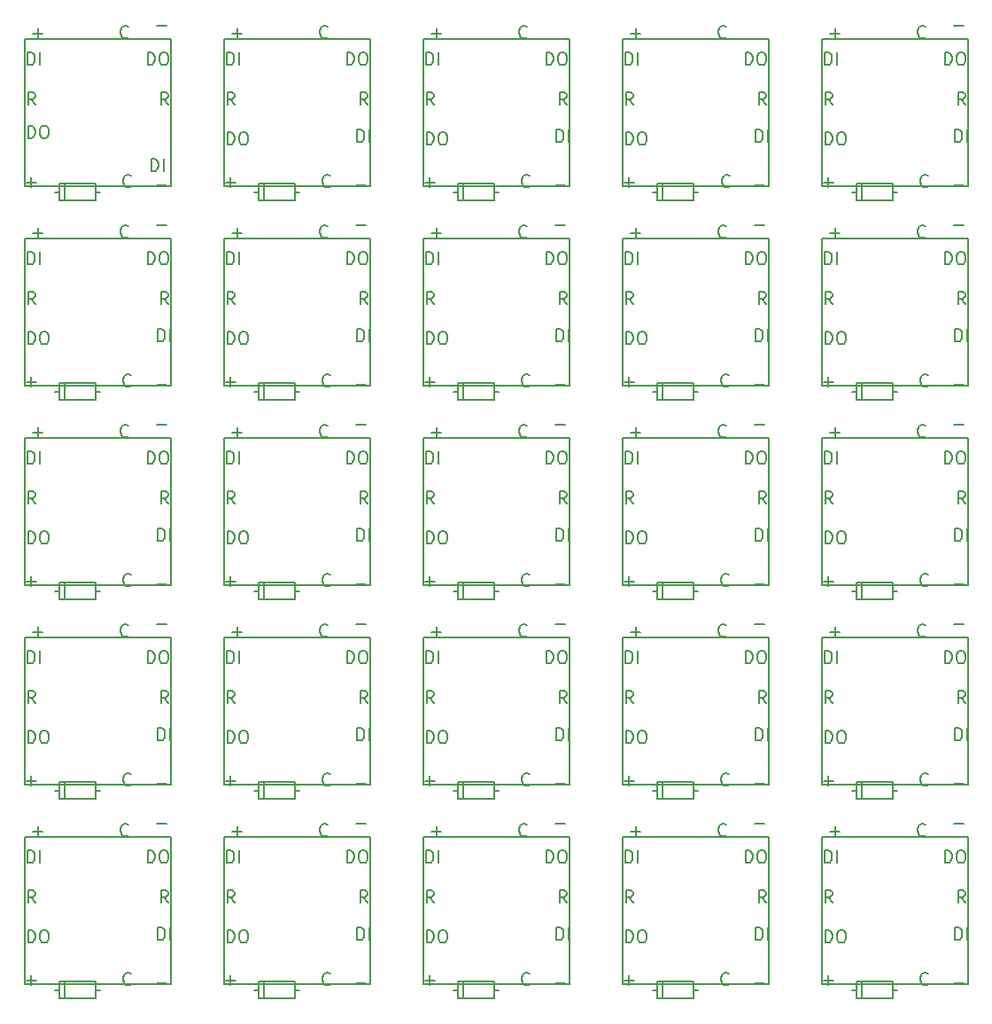
<source format=gto>
G04 #@! TF.GenerationSoftware,KiCad,Pcbnew,5.0.2-bee76a0~70~ubuntu18.04.1*
G04 #@! TF.CreationDate,2019-03-26T01:29:58+09:00*
G04 #@! TF.ProjectId,altana,616c7461-6e61-42e6-9b69-6361645f7063,rev?*
G04 #@! TF.SameCoordinates,Original*
G04 #@! TF.FileFunction,Legend,Top*
G04 #@! TF.FilePolarity,Positive*
%FSLAX46Y46*%
G04 Gerber Fmt 4.6, Leading zero omitted, Abs format (unit mm)*
G04 Created by KiCad (PCBNEW 5.0.2-bee76a0~70~ubuntu18.04.1) date 2019年03月26日 01時29分58秒*
%MOMM*%
%LPD*%
G01*
G04 APERTURE LIST*
%ADD10C,0.200000*%
%ADD11C,0.150000*%
G04 APERTURE END LIST*
D10*
X143964142Y-114969857D02*
X143964142Y-113769857D01*
X144249857Y-113769857D01*
X144421285Y-113827000D01*
X144535571Y-113941285D01*
X144592714Y-114055571D01*
X144649857Y-114284142D01*
X144649857Y-114455571D01*
X144592714Y-114684142D01*
X144535571Y-114798428D01*
X144421285Y-114912714D01*
X144249857Y-114969857D01*
X143964142Y-114969857D01*
X145392714Y-113769857D02*
X145621285Y-113769857D01*
X145735571Y-113827000D01*
X145849857Y-113941285D01*
X145907000Y-114169857D01*
X145907000Y-114569857D01*
X145849857Y-114798428D01*
X145735571Y-114912714D01*
X145621285Y-114969857D01*
X145392714Y-114969857D01*
X145278428Y-114912714D01*
X145164142Y-114798428D01*
X145107000Y-114569857D01*
X145107000Y-114169857D01*
X145164142Y-113941285D01*
X145278428Y-113827000D01*
X145392714Y-113769857D01*
X124914142Y-114969857D02*
X124914142Y-113769857D01*
X125199857Y-113769857D01*
X125371285Y-113827000D01*
X125485571Y-113941285D01*
X125542714Y-114055571D01*
X125599857Y-114284142D01*
X125599857Y-114455571D01*
X125542714Y-114684142D01*
X125485571Y-114798428D01*
X125371285Y-114912714D01*
X125199857Y-114969857D01*
X124914142Y-114969857D01*
X126342714Y-113769857D02*
X126571285Y-113769857D01*
X126685571Y-113827000D01*
X126799857Y-113941285D01*
X126857000Y-114169857D01*
X126857000Y-114569857D01*
X126799857Y-114798428D01*
X126685571Y-114912714D01*
X126571285Y-114969857D01*
X126342714Y-114969857D01*
X126228428Y-114912714D01*
X126114142Y-114798428D01*
X126057000Y-114569857D01*
X126057000Y-114169857D01*
X126114142Y-113941285D01*
X126228428Y-113827000D01*
X126342714Y-113769857D01*
X105864142Y-114969857D02*
X105864142Y-113769857D01*
X106149857Y-113769857D01*
X106321285Y-113827000D01*
X106435571Y-113941285D01*
X106492714Y-114055571D01*
X106549857Y-114284142D01*
X106549857Y-114455571D01*
X106492714Y-114684142D01*
X106435571Y-114798428D01*
X106321285Y-114912714D01*
X106149857Y-114969857D01*
X105864142Y-114969857D01*
X107292714Y-113769857D02*
X107521285Y-113769857D01*
X107635571Y-113827000D01*
X107749857Y-113941285D01*
X107807000Y-114169857D01*
X107807000Y-114569857D01*
X107749857Y-114798428D01*
X107635571Y-114912714D01*
X107521285Y-114969857D01*
X107292714Y-114969857D01*
X107178428Y-114912714D01*
X107064142Y-114798428D01*
X107007000Y-114569857D01*
X107007000Y-114169857D01*
X107064142Y-113941285D01*
X107178428Y-113827000D01*
X107292714Y-113769857D01*
X86814142Y-114969857D02*
X86814142Y-113769857D01*
X87099857Y-113769857D01*
X87271285Y-113827000D01*
X87385571Y-113941285D01*
X87442714Y-114055571D01*
X87499857Y-114284142D01*
X87499857Y-114455571D01*
X87442714Y-114684142D01*
X87385571Y-114798428D01*
X87271285Y-114912714D01*
X87099857Y-114969857D01*
X86814142Y-114969857D01*
X88242714Y-113769857D02*
X88471285Y-113769857D01*
X88585571Y-113827000D01*
X88699857Y-113941285D01*
X88757000Y-114169857D01*
X88757000Y-114569857D01*
X88699857Y-114798428D01*
X88585571Y-114912714D01*
X88471285Y-114969857D01*
X88242714Y-114969857D01*
X88128428Y-114912714D01*
X88014142Y-114798428D01*
X87957000Y-114569857D01*
X87957000Y-114169857D01*
X88014142Y-113941285D01*
X88128428Y-113827000D01*
X88242714Y-113769857D01*
X67764142Y-114969857D02*
X67764142Y-113769857D01*
X68049857Y-113769857D01*
X68221285Y-113827000D01*
X68335571Y-113941285D01*
X68392714Y-114055571D01*
X68449857Y-114284142D01*
X68449857Y-114455571D01*
X68392714Y-114684142D01*
X68335571Y-114798428D01*
X68221285Y-114912714D01*
X68049857Y-114969857D01*
X67764142Y-114969857D01*
X69192714Y-113769857D02*
X69421285Y-113769857D01*
X69535571Y-113827000D01*
X69649857Y-113941285D01*
X69707000Y-114169857D01*
X69707000Y-114569857D01*
X69649857Y-114798428D01*
X69535571Y-114912714D01*
X69421285Y-114969857D01*
X69192714Y-114969857D01*
X69078428Y-114912714D01*
X68964142Y-114798428D01*
X68907000Y-114569857D01*
X68907000Y-114169857D01*
X68964142Y-113941285D01*
X69078428Y-113827000D01*
X69192714Y-113769857D01*
X143964142Y-95919857D02*
X143964142Y-94719857D01*
X144249857Y-94719857D01*
X144421285Y-94777000D01*
X144535571Y-94891285D01*
X144592714Y-95005571D01*
X144649857Y-95234142D01*
X144649857Y-95405571D01*
X144592714Y-95634142D01*
X144535571Y-95748428D01*
X144421285Y-95862714D01*
X144249857Y-95919857D01*
X143964142Y-95919857D01*
X145392714Y-94719857D02*
X145621285Y-94719857D01*
X145735571Y-94777000D01*
X145849857Y-94891285D01*
X145907000Y-95119857D01*
X145907000Y-95519857D01*
X145849857Y-95748428D01*
X145735571Y-95862714D01*
X145621285Y-95919857D01*
X145392714Y-95919857D01*
X145278428Y-95862714D01*
X145164142Y-95748428D01*
X145107000Y-95519857D01*
X145107000Y-95119857D01*
X145164142Y-94891285D01*
X145278428Y-94777000D01*
X145392714Y-94719857D01*
X124914142Y-95919857D02*
X124914142Y-94719857D01*
X125199857Y-94719857D01*
X125371285Y-94777000D01*
X125485571Y-94891285D01*
X125542714Y-95005571D01*
X125599857Y-95234142D01*
X125599857Y-95405571D01*
X125542714Y-95634142D01*
X125485571Y-95748428D01*
X125371285Y-95862714D01*
X125199857Y-95919857D01*
X124914142Y-95919857D01*
X126342714Y-94719857D02*
X126571285Y-94719857D01*
X126685571Y-94777000D01*
X126799857Y-94891285D01*
X126857000Y-95119857D01*
X126857000Y-95519857D01*
X126799857Y-95748428D01*
X126685571Y-95862714D01*
X126571285Y-95919857D01*
X126342714Y-95919857D01*
X126228428Y-95862714D01*
X126114142Y-95748428D01*
X126057000Y-95519857D01*
X126057000Y-95119857D01*
X126114142Y-94891285D01*
X126228428Y-94777000D01*
X126342714Y-94719857D01*
X105864142Y-95919857D02*
X105864142Y-94719857D01*
X106149857Y-94719857D01*
X106321285Y-94777000D01*
X106435571Y-94891285D01*
X106492714Y-95005571D01*
X106549857Y-95234142D01*
X106549857Y-95405571D01*
X106492714Y-95634142D01*
X106435571Y-95748428D01*
X106321285Y-95862714D01*
X106149857Y-95919857D01*
X105864142Y-95919857D01*
X107292714Y-94719857D02*
X107521285Y-94719857D01*
X107635571Y-94777000D01*
X107749857Y-94891285D01*
X107807000Y-95119857D01*
X107807000Y-95519857D01*
X107749857Y-95748428D01*
X107635571Y-95862714D01*
X107521285Y-95919857D01*
X107292714Y-95919857D01*
X107178428Y-95862714D01*
X107064142Y-95748428D01*
X107007000Y-95519857D01*
X107007000Y-95119857D01*
X107064142Y-94891285D01*
X107178428Y-94777000D01*
X107292714Y-94719857D01*
X86814142Y-95919857D02*
X86814142Y-94719857D01*
X87099857Y-94719857D01*
X87271285Y-94777000D01*
X87385571Y-94891285D01*
X87442714Y-95005571D01*
X87499857Y-95234142D01*
X87499857Y-95405571D01*
X87442714Y-95634142D01*
X87385571Y-95748428D01*
X87271285Y-95862714D01*
X87099857Y-95919857D01*
X86814142Y-95919857D01*
X88242714Y-94719857D02*
X88471285Y-94719857D01*
X88585571Y-94777000D01*
X88699857Y-94891285D01*
X88757000Y-95119857D01*
X88757000Y-95519857D01*
X88699857Y-95748428D01*
X88585571Y-95862714D01*
X88471285Y-95919857D01*
X88242714Y-95919857D01*
X88128428Y-95862714D01*
X88014142Y-95748428D01*
X87957000Y-95519857D01*
X87957000Y-95119857D01*
X88014142Y-94891285D01*
X88128428Y-94777000D01*
X88242714Y-94719857D01*
X67764142Y-95919857D02*
X67764142Y-94719857D01*
X68049857Y-94719857D01*
X68221285Y-94777000D01*
X68335571Y-94891285D01*
X68392714Y-95005571D01*
X68449857Y-95234142D01*
X68449857Y-95405571D01*
X68392714Y-95634142D01*
X68335571Y-95748428D01*
X68221285Y-95862714D01*
X68049857Y-95919857D01*
X67764142Y-95919857D01*
X69192714Y-94719857D02*
X69421285Y-94719857D01*
X69535571Y-94777000D01*
X69649857Y-94891285D01*
X69707000Y-95119857D01*
X69707000Y-95519857D01*
X69649857Y-95748428D01*
X69535571Y-95862714D01*
X69421285Y-95919857D01*
X69192714Y-95919857D01*
X69078428Y-95862714D01*
X68964142Y-95748428D01*
X68907000Y-95519857D01*
X68907000Y-95119857D01*
X68964142Y-94891285D01*
X69078428Y-94777000D01*
X69192714Y-94719857D01*
X143964142Y-76869857D02*
X143964142Y-75669857D01*
X144249857Y-75669857D01*
X144421285Y-75727000D01*
X144535571Y-75841285D01*
X144592714Y-75955571D01*
X144649857Y-76184142D01*
X144649857Y-76355571D01*
X144592714Y-76584142D01*
X144535571Y-76698428D01*
X144421285Y-76812714D01*
X144249857Y-76869857D01*
X143964142Y-76869857D01*
X145392714Y-75669857D02*
X145621285Y-75669857D01*
X145735571Y-75727000D01*
X145849857Y-75841285D01*
X145907000Y-76069857D01*
X145907000Y-76469857D01*
X145849857Y-76698428D01*
X145735571Y-76812714D01*
X145621285Y-76869857D01*
X145392714Y-76869857D01*
X145278428Y-76812714D01*
X145164142Y-76698428D01*
X145107000Y-76469857D01*
X145107000Y-76069857D01*
X145164142Y-75841285D01*
X145278428Y-75727000D01*
X145392714Y-75669857D01*
X124914142Y-76869857D02*
X124914142Y-75669857D01*
X125199857Y-75669857D01*
X125371285Y-75727000D01*
X125485571Y-75841285D01*
X125542714Y-75955571D01*
X125599857Y-76184142D01*
X125599857Y-76355571D01*
X125542714Y-76584142D01*
X125485571Y-76698428D01*
X125371285Y-76812714D01*
X125199857Y-76869857D01*
X124914142Y-76869857D01*
X126342714Y-75669857D02*
X126571285Y-75669857D01*
X126685571Y-75727000D01*
X126799857Y-75841285D01*
X126857000Y-76069857D01*
X126857000Y-76469857D01*
X126799857Y-76698428D01*
X126685571Y-76812714D01*
X126571285Y-76869857D01*
X126342714Y-76869857D01*
X126228428Y-76812714D01*
X126114142Y-76698428D01*
X126057000Y-76469857D01*
X126057000Y-76069857D01*
X126114142Y-75841285D01*
X126228428Y-75727000D01*
X126342714Y-75669857D01*
X105864142Y-76869857D02*
X105864142Y-75669857D01*
X106149857Y-75669857D01*
X106321285Y-75727000D01*
X106435571Y-75841285D01*
X106492714Y-75955571D01*
X106549857Y-76184142D01*
X106549857Y-76355571D01*
X106492714Y-76584142D01*
X106435571Y-76698428D01*
X106321285Y-76812714D01*
X106149857Y-76869857D01*
X105864142Y-76869857D01*
X107292714Y-75669857D02*
X107521285Y-75669857D01*
X107635571Y-75727000D01*
X107749857Y-75841285D01*
X107807000Y-76069857D01*
X107807000Y-76469857D01*
X107749857Y-76698428D01*
X107635571Y-76812714D01*
X107521285Y-76869857D01*
X107292714Y-76869857D01*
X107178428Y-76812714D01*
X107064142Y-76698428D01*
X107007000Y-76469857D01*
X107007000Y-76069857D01*
X107064142Y-75841285D01*
X107178428Y-75727000D01*
X107292714Y-75669857D01*
X86814142Y-76869857D02*
X86814142Y-75669857D01*
X87099857Y-75669857D01*
X87271285Y-75727000D01*
X87385571Y-75841285D01*
X87442714Y-75955571D01*
X87499857Y-76184142D01*
X87499857Y-76355571D01*
X87442714Y-76584142D01*
X87385571Y-76698428D01*
X87271285Y-76812714D01*
X87099857Y-76869857D01*
X86814142Y-76869857D01*
X88242714Y-75669857D02*
X88471285Y-75669857D01*
X88585571Y-75727000D01*
X88699857Y-75841285D01*
X88757000Y-76069857D01*
X88757000Y-76469857D01*
X88699857Y-76698428D01*
X88585571Y-76812714D01*
X88471285Y-76869857D01*
X88242714Y-76869857D01*
X88128428Y-76812714D01*
X88014142Y-76698428D01*
X87957000Y-76469857D01*
X87957000Y-76069857D01*
X88014142Y-75841285D01*
X88128428Y-75727000D01*
X88242714Y-75669857D01*
X67764142Y-76869857D02*
X67764142Y-75669857D01*
X68049857Y-75669857D01*
X68221285Y-75727000D01*
X68335571Y-75841285D01*
X68392714Y-75955571D01*
X68449857Y-76184142D01*
X68449857Y-76355571D01*
X68392714Y-76584142D01*
X68335571Y-76698428D01*
X68221285Y-76812714D01*
X68049857Y-76869857D01*
X67764142Y-76869857D01*
X69192714Y-75669857D02*
X69421285Y-75669857D01*
X69535571Y-75727000D01*
X69649857Y-75841285D01*
X69707000Y-76069857D01*
X69707000Y-76469857D01*
X69649857Y-76698428D01*
X69535571Y-76812714D01*
X69421285Y-76869857D01*
X69192714Y-76869857D01*
X69078428Y-76812714D01*
X68964142Y-76698428D01*
X68907000Y-76469857D01*
X68907000Y-76069857D01*
X68964142Y-75841285D01*
X69078428Y-75727000D01*
X69192714Y-75669857D01*
X143964142Y-57819857D02*
X143964142Y-56619857D01*
X144249857Y-56619857D01*
X144421285Y-56677000D01*
X144535571Y-56791285D01*
X144592714Y-56905571D01*
X144649857Y-57134142D01*
X144649857Y-57305571D01*
X144592714Y-57534142D01*
X144535571Y-57648428D01*
X144421285Y-57762714D01*
X144249857Y-57819857D01*
X143964142Y-57819857D01*
X145392714Y-56619857D02*
X145621285Y-56619857D01*
X145735571Y-56677000D01*
X145849857Y-56791285D01*
X145907000Y-57019857D01*
X145907000Y-57419857D01*
X145849857Y-57648428D01*
X145735571Y-57762714D01*
X145621285Y-57819857D01*
X145392714Y-57819857D01*
X145278428Y-57762714D01*
X145164142Y-57648428D01*
X145107000Y-57419857D01*
X145107000Y-57019857D01*
X145164142Y-56791285D01*
X145278428Y-56677000D01*
X145392714Y-56619857D01*
X124914142Y-57819857D02*
X124914142Y-56619857D01*
X125199857Y-56619857D01*
X125371285Y-56677000D01*
X125485571Y-56791285D01*
X125542714Y-56905571D01*
X125599857Y-57134142D01*
X125599857Y-57305571D01*
X125542714Y-57534142D01*
X125485571Y-57648428D01*
X125371285Y-57762714D01*
X125199857Y-57819857D01*
X124914142Y-57819857D01*
X126342714Y-56619857D02*
X126571285Y-56619857D01*
X126685571Y-56677000D01*
X126799857Y-56791285D01*
X126857000Y-57019857D01*
X126857000Y-57419857D01*
X126799857Y-57648428D01*
X126685571Y-57762714D01*
X126571285Y-57819857D01*
X126342714Y-57819857D01*
X126228428Y-57762714D01*
X126114142Y-57648428D01*
X126057000Y-57419857D01*
X126057000Y-57019857D01*
X126114142Y-56791285D01*
X126228428Y-56677000D01*
X126342714Y-56619857D01*
X105864142Y-57819857D02*
X105864142Y-56619857D01*
X106149857Y-56619857D01*
X106321285Y-56677000D01*
X106435571Y-56791285D01*
X106492714Y-56905571D01*
X106549857Y-57134142D01*
X106549857Y-57305571D01*
X106492714Y-57534142D01*
X106435571Y-57648428D01*
X106321285Y-57762714D01*
X106149857Y-57819857D01*
X105864142Y-57819857D01*
X107292714Y-56619857D02*
X107521285Y-56619857D01*
X107635571Y-56677000D01*
X107749857Y-56791285D01*
X107807000Y-57019857D01*
X107807000Y-57419857D01*
X107749857Y-57648428D01*
X107635571Y-57762714D01*
X107521285Y-57819857D01*
X107292714Y-57819857D01*
X107178428Y-57762714D01*
X107064142Y-57648428D01*
X107007000Y-57419857D01*
X107007000Y-57019857D01*
X107064142Y-56791285D01*
X107178428Y-56677000D01*
X107292714Y-56619857D01*
X86814142Y-57819857D02*
X86814142Y-56619857D01*
X87099857Y-56619857D01*
X87271285Y-56677000D01*
X87385571Y-56791285D01*
X87442714Y-56905571D01*
X87499857Y-57134142D01*
X87499857Y-57305571D01*
X87442714Y-57534142D01*
X87385571Y-57648428D01*
X87271285Y-57762714D01*
X87099857Y-57819857D01*
X86814142Y-57819857D01*
X88242714Y-56619857D02*
X88471285Y-56619857D01*
X88585571Y-56677000D01*
X88699857Y-56791285D01*
X88757000Y-57019857D01*
X88757000Y-57419857D01*
X88699857Y-57648428D01*
X88585571Y-57762714D01*
X88471285Y-57819857D01*
X88242714Y-57819857D01*
X88128428Y-57762714D01*
X88014142Y-57648428D01*
X87957000Y-57419857D01*
X87957000Y-57019857D01*
X88014142Y-56791285D01*
X88128428Y-56677000D01*
X88242714Y-56619857D01*
X67764142Y-57819857D02*
X67764142Y-56619857D01*
X68049857Y-56619857D01*
X68221285Y-56677000D01*
X68335571Y-56791285D01*
X68392714Y-56905571D01*
X68449857Y-57134142D01*
X68449857Y-57305571D01*
X68392714Y-57534142D01*
X68335571Y-57648428D01*
X68221285Y-57762714D01*
X68049857Y-57819857D01*
X67764142Y-57819857D01*
X69192714Y-56619857D02*
X69421285Y-56619857D01*
X69535571Y-56677000D01*
X69649857Y-56791285D01*
X69707000Y-57019857D01*
X69707000Y-57419857D01*
X69649857Y-57648428D01*
X69535571Y-57762714D01*
X69421285Y-57819857D01*
X69192714Y-57819857D01*
X69078428Y-57762714D01*
X68964142Y-57648428D01*
X68907000Y-57419857D01*
X68907000Y-57019857D01*
X68964142Y-56791285D01*
X69078428Y-56677000D01*
X69192714Y-56619857D01*
X143964142Y-38769857D02*
X143964142Y-37569857D01*
X144249857Y-37569857D01*
X144421285Y-37627000D01*
X144535571Y-37741285D01*
X144592714Y-37855571D01*
X144649857Y-38084142D01*
X144649857Y-38255571D01*
X144592714Y-38484142D01*
X144535571Y-38598428D01*
X144421285Y-38712714D01*
X144249857Y-38769857D01*
X143964142Y-38769857D01*
X145392714Y-37569857D02*
X145621285Y-37569857D01*
X145735571Y-37627000D01*
X145849857Y-37741285D01*
X145907000Y-37969857D01*
X145907000Y-38369857D01*
X145849857Y-38598428D01*
X145735571Y-38712714D01*
X145621285Y-38769857D01*
X145392714Y-38769857D01*
X145278428Y-38712714D01*
X145164142Y-38598428D01*
X145107000Y-38369857D01*
X145107000Y-37969857D01*
X145164142Y-37741285D01*
X145278428Y-37627000D01*
X145392714Y-37569857D01*
X124914142Y-38769857D02*
X124914142Y-37569857D01*
X125199857Y-37569857D01*
X125371285Y-37627000D01*
X125485571Y-37741285D01*
X125542714Y-37855571D01*
X125599857Y-38084142D01*
X125599857Y-38255571D01*
X125542714Y-38484142D01*
X125485571Y-38598428D01*
X125371285Y-38712714D01*
X125199857Y-38769857D01*
X124914142Y-38769857D01*
X126342714Y-37569857D02*
X126571285Y-37569857D01*
X126685571Y-37627000D01*
X126799857Y-37741285D01*
X126857000Y-37969857D01*
X126857000Y-38369857D01*
X126799857Y-38598428D01*
X126685571Y-38712714D01*
X126571285Y-38769857D01*
X126342714Y-38769857D01*
X126228428Y-38712714D01*
X126114142Y-38598428D01*
X126057000Y-38369857D01*
X126057000Y-37969857D01*
X126114142Y-37741285D01*
X126228428Y-37627000D01*
X126342714Y-37569857D01*
X105864142Y-38769857D02*
X105864142Y-37569857D01*
X106149857Y-37569857D01*
X106321285Y-37627000D01*
X106435571Y-37741285D01*
X106492714Y-37855571D01*
X106549857Y-38084142D01*
X106549857Y-38255571D01*
X106492714Y-38484142D01*
X106435571Y-38598428D01*
X106321285Y-38712714D01*
X106149857Y-38769857D01*
X105864142Y-38769857D01*
X107292714Y-37569857D02*
X107521285Y-37569857D01*
X107635571Y-37627000D01*
X107749857Y-37741285D01*
X107807000Y-37969857D01*
X107807000Y-38369857D01*
X107749857Y-38598428D01*
X107635571Y-38712714D01*
X107521285Y-38769857D01*
X107292714Y-38769857D01*
X107178428Y-38712714D01*
X107064142Y-38598428D01*
X107007000Y-38369857D01*
X107007000Y-37969857D01*
X107064142Y-37741285D01*
X107178428Y-37627000D01*
X107292714Y-37569857D01*
X86814142Y-38769857D02*
X86814142Y-37569857D01*
X87099857Y-37569857D01*
X87271285Y-37627000D01*
X87385571Y-37741285D01*
X87442714Y-37855571D01*
X87499857Y-38084142D01*
X87499857Y-38255571D01*
X87442714Y-38484142D01*
X87385571Y-38598428D01*
X87271285Y-38712714D01*
X87099857Y-38769857D01*
X86814142Y-38769857D01*
X88242714Y-37569857D02*
X88471285Y-37569857D01*
X88585571Y-37627000D01*
X88699857Y-37741285D01*
X88757000Y-37969857D01*
X88757000Y-38369857D01*
X88699857Y-38598428D01*
X88585571Y-38712714D01*
X88471285Y-38769857D01*
X88242714Y-38769857D01*
X88128428Y-38712714D01*
X88014142Y-38598428D01*
X87957000Y-38369857D01*
X87957000Y-37969857D01*
X88014142Y-37741285D01*
X88128428Y-37627000D01*
X88242714Y-37569857D01*
X143814857Y-118576714D02*
X144729142Y-118576714D01*
X144272000Y-119033857D02*
X144272000Y-118119571D01*
X124764857Y-118576714D02*
X125679142Y-118576714D01*
X125222000Y-119033857D02*
X125222000Y-118119571D01*
X105714857Y-118576714D02*
X106629142Y-118576714D01*
X106172000Y-119033857D02*
X106172000Y-118119571D01*
X86664857Y-118576714D02*
X87579142Y-118576714D01*
X87122000Y-119033857D02*
X87122000Y-118119571D01*
X67614857Y-118576714D02*
X68529142Y-118576714D01*
X68072000Y-119033857D02*
X68072000Y-118119571D01*
X143814857Y-99526714D02*
X144729142Y-99526714D01*
X144272000Y-99983857D02*
X144272000Y-99069571D01*
X124764857Y-99526714D02*
X125679142Y-99526714D01*
X125222000Y-99983857D02*
X125222000Y-99069571D01*
X105714857Y-99526714D02*
X106629142Y-99526714D01*
X106172000Y-99983857D02*
X106172000Y-99069571D01*
X86664857Y-99526714D02*
X87579142Y-99526714D01*
X87122000Y-99983857D02*
X87122000Y-99069571D01*
X67614857Y-99526714D02*
X68529142Y-99526714D01*
X68072000Y-99983857D02*
X68072000Y-99069571D01*
X143814857Y-80476714D02*
X144729142Y-80476714D01*
X144272000Y-80933857D02*
X144272000Y-80019571D01*
X124764857Y-80476714D02*
X125679142Y-80476714D01*
X125222000Y-80933857D02*
X125222000Y-80019571D01*
X105714857Y-80476714D02*
X106629142Y-80476714D01*
X106172000Y-80933857D02*
X106172000Y-80019571D01*
X86664857Y-80476714D02*
X87579142Y-80476714D01*
X87122000Y-80933857D02*
X87122000Y-80019571D01*
X67614857Y-80476714D02*
X68529142Y-80476714D01*
X68072000Y-80933857D02*
X68072000Y-80019571D01*
X143814857Y-61426714D02*
X144729142Y-61426714D01*
X144272000Y-61883857D02*
X144272000Y-60969571D01*
X124764857Y-61426714D02*
X125679142Y-61426714D01*
X125222000Y-61883857D02*
X125222000Y-60969571D01*
X105714857Y-61426714D02*
X106629142Y-61426714D01*
X106172000Y-61883857D02*
X106172000Y-60969571D01*
X86664857Y-61426714D02*
X87579142Y-61426714D01*
X87122000Y-61883857D02*
X87122000Y-60969571D01*
X67614857Y-61426714D02*
X68529142Y-61426714D01*
X68072000Y-61883857D02*
X68072000Y-60969571D01*
X143814857Y-42376714D02*
X144729142Y-42376714D01*
X144272000Y-42833857D02*
X144272000Y-41919571D01*
X124764857Y-42376714D02*
X125679142Y-42376714D01*
X125222000Y-42833857D02*
X125222000Y-41919571D01*
X105714857Y-42376714D02*
X106629142Y-42376714D01*
X106172000Y-42833857D02*
X106172000Y-41919571D01*
X86664857Y-42376714D02*
X87579142Y-42376714D01*
X87122000Y-42833857D02*
X87122000Y-41919571D01*
X156260857Y-118830714D02*
X157175142Y-118830714D01*
X137210857Y-118830714D02*
X138125142Y-118830714D01*
X118160857Y-118830714D02*
X119075142Y-118830714D01*
X99110857Y-118830714D02*
X100025142Y-118830714D01*
X80060857Y-118830714D02*
X80975142Y-118830714D01*
X156260857Y-99780714D02*
X157175142Y-99780714D01*
X137210857Y-99780714D02*
X138125142Y-99780714D01*
X118160857Y-99780714D02*
X119075142Y-99780714D01*
X99110857Y-99780714D02*
X100025142Y-99780714D01*
X80060857Y-99780714D02*
X80975142Y-99780714D01*
X156260857Y-80730714D02*
X157175142Y-80730714D01*
X137210857Y-80730714D02*
X138125142Y-80730714D01*
X118160857Y-80730714D02*
X119075142Y-80730714D01*
X99110857Y-80730714D02*
X100025142Y-80730714D01*
X80060857Y-80730714D02*
X80975142Y-80730714D01*
X156260857Y-61680714D02*
X157175142Y-61680714D01*
X137210857Y-61680714D02*
X138125142Y-61680714D01*
X118160857Y-61680714D02*
X119075142Y-61680714D01*
X99110857Y-61680714D02*
X100025142Y-61680714D01*
X80060857Y-61680714D02*
X80975142Y-61680714D01*
X156260857Y-42630714D02*
X157175142Y-42630714D01*
X137210857Y-42630714D02*
X138125142Y-42630714D01*
X118160857Y-42630714D02*
X119075142Y-42630714D01*
X99110857Y-42630714D02*
X100025142Y-42630714D01*
X157343428Y-111159857D02*
X156943428Y-110588428D01*
X156657714Y-111159857D02*
X156657714Y-109959857D01*
X157114857Y-109959857D01*
X157229142Y-110017000D01*
X157286285Y-110074142D01*
X157343428Y-110188428D01*
X157343428Y-110359857D01*
X157286285Y-110474142D01*
X157229142Y-110531285D01*
X157114857Y-110588428D01*
X156657714Y-110588428D01*
X138293428Y-111159857D02*
X137893428Y-110588428D01*
X137607714Y-111159857D02*
X137607714Y-109959857D01*
X138064857Y-109959857D01*
X138179142Y-110017000D01*
X138236285Y-110074142D01*
X138293428Y-110188428D01*
X138293428Y-110359857D01*
X138236285Y-110474142D01*
X138179142Y-110531285D01*
X138064857Y-110588428D01*
X137607714Y-110588428D01*
X119243428Y-111159857D02*
X118843428Y-110588428D01*
X118557714Y-111159857D02*
X118557714Y-109959857D01*
X119014857Y-109959857D01*
X119129142Y-110017000D01*
X119186285Y-110074142D01*
X119243428Y-110188428D01*
X119243428Y-110359857D01*
X119186285Y-110474142D01*
X119129142Y-110531285D01*
X119014857Y-110588428D01*
X118557714Y-110588428D01*
X100193428Y-111159857D02*
X99793428Y-110588428D01*
X99507714Y-111159857D02*
X99507714Y-109959857D01*
X99964857Y-109959857D01*
X100079142Y-110017000D01*
X100136285Y-110074142D01*
X100193428Y-110188428D01*
X100193428Y-110359857D01*
X100136285Y-110474142D01*
X100079142Y-110531285D01*
X99964857Y-110588428D01*
X99507714Y-110588428D01*
X81143428Y-111159857D02*
X80743428Y-110588428D01*
X80457714Y-111159857D02*
X80457714Y-109959857D01*
X80914857Y-109959857D01*
X81029142Y-110017000D01*
X81086285Y-110074142D01*
X81143428Y-110188428D01*
X81143428Y-110359857D01*
X81086285Y-110474142D01*
X81029142Y-110531285D01*
X80914857Y-110588428D01*
X80457714Y-110588428D01*
X157343428Y-92109857D02*
X156943428Y-91538428D01*
X156657714Y-92109857D02*
X156657714Y-90909857D01*
X157114857Y-90909857D01*
X157229142Y-90967000D01*
X157286285Y-91024142D01*
X157343428Y-91138428D01*
X157343428Y-91309857D01*
X157286285Y-91424142D01*
X157229142Y-91481285D01*
X157114857Y-91538428D01*
X156657714Y-91538428D01*
X138293428Y-92109857D02*
X137893428Y-91538428D01*
X137607714Y-92109857D02*
X137607714Y-90909857D01*
X138064857Y-90909857D01*
X138179142Y-90967000D01*
X138236285Y-91024142D01*
X138293428Y-91138428D01*
X138293428Y-91309857D01*
X138236285Y-91424142D01*
X138179142Y-91481285D01*
X138064857Y-91538428D01*
X137607714Y-91538428D01*
X119243428Y-92109857D02*
X118843428Y-91538428D01*
X118557714Y-92109857D02*
X118557714Y-90909857D01*
X119014857Y-90909857D01*
X119129142Y-90967000D01*
X119186285Y-91024142D01*
X119243428Y-91138428D01*
X119243428Y-91309857D01*
X119186285Y-91424142D01*
X119129142Y-91481285D01*
X119014857Y-91538428D01*
X118557714Y-91538428D01*
X100193428Y-92109857D02*
X99793428Y-91538428D01*
X99507714Y-92109857D02*
X99507714Y-90909857D01*
X99964857Y-90909857D01*
X100079142Y-90967000D01*
X100136285Y-91024142D01*
X100193428Y-91138428D01*
X100193428Y-91309857D01*
X100136285Y-91424142D01*
X100079142Y-91481285D01*
X99964857Y-91538428D01*
X99507714Y-91538428D01*
X81143428Y-92109857D02*
X80743428Y-91538428D01*
X80457714Y-92109857D02*
X80457714Y-90909857D01*
X80914857Y-90909857D01*
X81029142Y-90967000D01*
X81086285Y-91024142D01*
X81143428Y-91138428D01*
X81143428Y-91309857D01*
X81086285Y-91424142D01*
X81029142Y-91481285D01*
X80914857Y-91538428D01*
X80457714Y-91538428D01*
X157343428Y-73059857D02*
X156943428Y-72488428D01*
X156657714Y-73059857D02*
X156657714Y-71859857D01*
X157114857Y-71859857D01*
X157229142Y-71917000D01*
X157286285Y-71974142D01*
X157343428Y-72088428D01*
X157343428Y-72259857D01*
X157286285Y-72374142D01*
X157229142Y-72431285D01*
X157114857Y-72488428D01*
X156657714Y-72488428D01*
X138293428Y-73059857D02*
X137893428Y-72488428D01*
X137607714Y-73059857D02*
X137607714Y-71859857D01*
X138064857Y-71859857D01*
X138179142Y-71917000D01*
X138236285Y-71974142D01*
X138293428Y-72088428D01*
X138293428Y-72259857D01*
X138236285Y-72374142D01*
X138179142Y-72431285D01*
X138064857Y-72488428D01*
X137607714Y-72488428D01*
X119243428Y-73059857D02*
X118843428Y-72488428D01*
X118557714Y-73059857D02*
X118557714Y-71859857D01*
X119014857Y-71859857D01*
X119129142Y-71917000D01*
X119186285Y-71974142D01*
X119243428Y-72088428D01*
X119243428Y-72259857D01*
X119186285Y-72374142D01*
X119129142Y-72431285D01*
X119014857Y-72488428D01*
X118557714Y-72488428D01*
X100193428Y-73059857D02*
X99793428Y-72488428D01*
X99507714Y-73059857D02*
X99507714Y-71859857D01*
X99964857Y-71859857D01*
X100079142Y-71917000D01*
X100136285Y-71974142D01*
X100193428Y-72088428D01*
X100193428Y-72259857D01*
X100136285Y-72374142D01*
X100079142Y-72431285D01*
X99964857Y-72488428D01*
X99507714Y-72488428D01*
X81143428Y-73059857D02*
X80743428Y-72488428D01*
X80457714Y-73059857D02*
X80457714Y-71859857D01*
X80914857Y-71859857D01*
X81029142Y-71917000D01*
X81086285Y-71974142D01*
X81143428Y-72088428D01*
X81143428Y-72259857D01*
X81086285Y-72374142D01*
X81029142Y-72431285D01*
X80914857Y-72488428D01*
X80457714Y-72488428D01*
X157343428Y-54009857D02*
X156943428Y-53438428D01*
X156657714Y-54009857D02*
X156657714Y-52809857D01*
X157114857Y-52809857D01*
X157229142Y-52867000D01*
X157286285Y-52924142D01*
X157343428Y-53038428D01*
X157343428Y-53209857D01*
X157286285Y-53324142D01*
X157229142Y-53381285D01*
X157114857Y-53438428D01*
X156657714Y-53438428D01*
X138293428Y-54009857D02*
X137893428Y-53438428D01*
X137607714Y-54009857D02*
X137607714Y-52809857D01*
X138064857Y-52809857D01*
X138179142Y-52867000D01*
X138236285Y-52924142D01*
X138293428Y-53038428D01*
X138293428Y-53209857D01*
X138236285Y-53324142D01*
X138179142Y-53381285D01*
X138064857Y-53438428D01*
X137607714Y-53438428D01*
X119243428Y-54009857D02*
X118843428Y-53438428D01*
X118557714Y-54009857D02*
X118557714Y-52809857D01*
X119014857Y-52809857D01*
X119129142Y-52867000D01*
X119186285Y-52924142D01*
X119243428Y-53038428D01*
X119243428Y-53209857D01*
X119186285Y-53324142D01*
X119129142Y-53381285D01*
X119014857Y-53438428D01*
X118557714Y-53438428D01*
X100193428Y-54009857D02*
X99793428Y-53438428D01*
X99507714Y-54009857D02*
X99507714Y-52809857D01*
X99964857Y-52809857D01*
X100079142Y-52867000D01*
X100136285Y-52924142D01*
X100193428Y-53038428D01*
X100193428Y-53209857D01*
X100136285Y-53324142D01*
X100079142Y-53381285D01*
X99964857Y-53438428D01*
X99507714Y-53438428D01*
X81143428Y-54009857D02*
X80743428Y-53438428D01*
X80457714Y-54009857D02*
X80457714Y-52809857D01*
X80914857Y-52809857D01*
X81029142Y-52867000D01*
X81086285Y-52924142D01*
X81143428Y-53038428D01*
X81143428Y-53209857D01*
X81086285Y-53324142D01*
X81029142Y-53381285D01*
X80914857Y-53438428D01*
X80457714Y-53438428D01*
X157343428Y-34959857D02*
X156943428Y-34388428D01*
X156657714Y-34959857D02*
X156657714Y-33759857D01*
X157114857Y-33759857D01*
X157229142Y-33817000D01*
X157286285Y-33874142D01*
X157343428Y-33988428D01*
X157343428Y-34159857D01*
X157286285Y-34274142D01*
X157229142Y-34331285D01*
X157114857Y-34388428D01*
X156657714Y-34388428D01*
X138293428Y-34959857D02*
X137893428Y-34388428D01*
X137607714Y-34959857D02*
X137607714Y-33759857D01*
X138064857Y-33759857D01*
X138179142Y-33817000D01*
X138236285Y-33874142D01*
X138293428Y-33988428D01*
X138293428Y-34159857D01*
X138236285Y-34274142D01*
X138179142Y-34331285D01*
X138064857Y-34388428D01*
X137607714Y-34388428D01*
X119243428Y-34959857D02*
X118843428Y-34388428D01*
X118557714Y-34959857D02*
X118557714Y-33759857D01*
X119014857Y-33759857D01*
X119129142Y-33817000D01*
X119186285Y-33874142D01*
X119243428Y-33988428D01*
X119243428Y-34159857D01*
X119186285Y-34274142D01*
X119129142Y-34331285D01*
X119014857Y-34388428D01*
X118557714Y-34388428D01*
X100193428Y-34959857D02*
X99793428Y-34388428D01*
X99507714Y-34959857D02*
X99507714Y-33759857D01*
X99964857Y-33759857D01*
X100079142Y-33817000D01*
X100136285Y-33874142D01*
X100193428Y-33988428D01*
X100193428Y-34159857D01*
X100136285Y-34274142D01*
X100079142Y-34331285D01*
X99964857Y-34388428D01*
X99507714Y-34388428D01*
X144643428Y-111159857D02*
X144243428Y-110588428D01*
X143957714Y-111159857D02*
X143957714Y-109959857D01*
X144414857Y-109959857D01*
X144529142Y-110017000D01*
X144586285Y-110074142D01*
X144643428Y-110188428D01*
X144643428Y-110359857D01*
X144586285Y-110474142D01*
X144529142Y-110531285D01*
X144414857Y-110588428D01*
X143957714Y-110588428D01*
X125593428Y-111159857D02*
X125193428Y-110588428D01*
X124907714Y-111159857D02*
X124907714Y-109959857D01*
X125364857Y-109959857D01*
X125479142Y-110017000D01*
X125536285Y-110074142D01*
X125593428Y-110188428D01*
X125593428Y-110359857D01*
X125536285Y-110474142D01*
X125479142Y-110531285D01*
X125364857Y-110588428D01*
X124907714Y-110588428D01*
X106543428Y-111159857D02*
X106143428Y-110588428D01*
X105857714Y-111159857D02*
X105857714Y-109959857D01*
X106314857Y-109959857D01*
X106429142Y-110017000D01*
X106486285Y-110074142D01*
X106543428Y-110188428D01*
X106543428Y-110359857D01*
X106486285Y-110474142D01*
X106429142Y-110531285D01*
X106314857Y-110588428D01*
X105857714Y-110588428D01*
X87493428Y-111159857D02*
X87093428Y-110588428D01*
X86807714Y-111159857D02*
X86807714Y-109959857D01*
X87264857Y-109959857D01*
X87379142Y-110017000D01*
X87436285Y-110074142D01*
X87493428Y-110188428D01*
X87493428Y-110359857D01*
X87436285Y-110474142D01*
X87379142Y-110531285D01*
X87264857Y-110588428D01*
X86807714Y-110588428D01*
X68443428Y-111159857D02*
X68043428Y-110588428D01*
X67757714Y-111159857D02*
X67757714Y-109959857D01*
X68214857Y-109959857D01*
X68329142Y-110017000D01*
X68386285Y-110074142D01*
X68443428Y-110188428D01*
X68443428Y-110359857D01*
X68386285Y-110474142D01*
X68329142Y-110531285D01*
X68214857Y-110588428D01*
X67757714Y-110588428D01*
X144643428Y-92109857D02*
X144243428Y-91538428D01*
X143957714Y-92109857D02*
X143957714Y-90909857D01*
X144414857Y-90909857D01*
X144529142Y-90967000D01*
X144586285Y-91024142D01*
X144643428Y-91138428D01*
X144643428Y-91309857D01*
X144586285Y-91424142D01*
X144529142Y-91481285D01*
X144414857Y-91538428D01*
X143957714Y-91538428D01*
X125593428Y-92109857D02*
X125193428Y-91538428D01*
X124907714Y-92109857D02*
X124907714Y-90909857D01*
X125364857Y-90909857D01*
X125479142Y-90967000D01*
X125536285Y-91024142D01*
X125593428Y-91138428D01*
X125593428Y-91309857D01*
X125536285Y-91424142D01*
X125479142Y-91481285D01*
X125364857Y-91538428D01*
X124907714Y-91538428D01*
X106543428Y-92109857D02*
X106143428Y-91538428D01*
X105857714Y-92109857D02*
X105857714Y-90909857D01*
X106314857Y-90909857D01*
X106429142Y-90967000D01*
X106486285Y-91024142D01*
X106543428Y-91138428D01*
X106543428Y-91309857D01*
X106486285Y-91424142D01*
X106429142Y-91481285D01*
X106314857Y-91538428D01*
X105857714Y-91538428D01*
X87493428Y-92109857D02*
X87093428Y-91538428D01*
X86807714Y-92109857D02*
X86807714Y-90909857D01*
X87264857Y-90909857D01*
X87379142Y-90967000D01*
X87436285Y-91024142D01*
X87493428Y-91138428D01*
X87493428Y-91309857D01*
X87436285Y-91424142D01*
X87379142Y-91481285D01*
X87264857Y-91538428D01*
X86807714Y-91538428D01*
X68443428Y-92109857D02*
X68043428Y-91538428D01*
X67757714Y-92109857D02*
X67757714Y-90909857D01*
X68214857Y-90909857D01*
X68329142Y-90967000D01*
X68386285Y-91024142D01*
X68443428Y-91138428D01*
X68443428Y-91309857D01*
X68386285Y-91424142D01*
X68329142Y-91481285D01*
X68214857Y-91538428D01*
X67757714Y-91538428D01*
X144643428Y-73059857D02*
X144243428Y-72488428D01*
X143957714Y-73059857D02*
X143957714Y-71859857D01*
X144414857Y-71859857D01*
X144529142Y-71917000D01*
X144586285Y-71974142D01*
X144643428Y-72088428D01*
X144643428Y-72259857D01*
X144586285Y-72374142D01*
X144529142Y-72431285D01*
X144414857Y-72488428D01*
X143957714Y-72488428D01*
X125593428Y-73059857D02*
X125193428Y-72488428D01*
X124907714Y-73059857D02*
X124907714Y-71859857D01*
X125364857Y-71859857D01*
X125479142Y-71917000D01*
X125536285Y-71974142D01*
X125593428Y-72088428D01*
X125593428Y-72259857D01*
X125536285Y-72374142D01*
X125479142Y-72431285D01*
X125364857Y-72488428D01*
X124907714Y-72488428D01*
X106543428Y-73059857D02*
X106143428Y-72488428D01*
X105857714Y-73059857D02*
X105857714Y-71859857D01*
X106314857Y-71859857D01*
X106429142Y-71917000D01*
X106486285Y-71974142D01*
X106543428Y-72088428D01*
X106543428Y-72259857D01*
X106486285Y-72374142D01*
X106429142Y-72431285D01*
X106314857Y-72488428D01*
X105857714Y-72488428D01*
X87493428Y-73059857D02*
X87093428Y-72488428D01*
X86807714Y-73059857D02*
X86807714Y-71859857D01*
X87264857Y-71859857D01*
X87379142Y-71917000D01*
X87436285Y-71974142D01*
X87493428Y-72088428D01*
X87493428Y-72259857D01*
X87436285Y-72374142D01*
X87379142Y-72431285D01*
X87264857Y-72488428D01*
X86807714Y-72488428D01*
X68443428Y-73059857D02*
X68043428Y-72488428D01*
X67757714Y-73059857D02*
X67757714Y-71859857D01*
X68214857Y-71859857D01*
X68329142Y-71917000D01*
X68386285Y-71974142D01*
X68443428Y-72088428D01*
X68443428Y-72259857D01*
X68386285Y-72374142D01*
X68329142Y-72431285D01*
X68214857Y-72488428D01*
X67757714Y-72488428D01*
X144643428Y-54009857D02*
X144243428Y-53438428D01*
X143957714Y-54009857D02*
X143957714Y-52809857D01*
X144414857Y-52809857D01*
X144529142Y-52867000D01*
X144586285Y-52924142D01*
X144643428Y-53038428D01*
X144643428Y-53209857D01*
X144586285Y-53324142D01*
X144529142Y-53381285D01*
X144414857Y-53438428D01*
X143957714Y-53438428D01*
X125593428Y-54009857D02*
X125193428Y-53438428D01*
X124907714Y-54009857D02*
X124907714Y-52809857D01*
X125364857Y-52809857D01*
X125479142Y-52867000D01*
X125536285Y-52924142D01*
X125593428Y-53038428D01*
X125593428Y-53209857D01*
X125536285Y-53324142D01*
X125479142Y-53381285D01*
X125364857Y-53438428D01*
X124907714Y-53438428D01*
X106543428Y-54009857D02*
X106143428Y-53438428D01*
X105857714Y-54009857D02*
X105857714Y-52809857D01*
X106314857Y-52809857D01*
X106429142Y-52867000D01*
X106486285Y-52924142D01*
X106543428Y-53038428D01*
X106543428Y-53209857D01*
X106486285Y-53324142D01*
X106429142Y-53381285D01*
X106314857Y-53438428D01*
X105857714Y-53438428D01*
X87493428Y-54009857D02*
X87093428Y-53438428D01*
X86807714Y-54009857D02*
X86807714Y-52809857D01*
X87264857Y-52809857D01*
X87379142Y-52867000D01*
X87436285Y-52924142D01*
X87493428Y-53038428D01*
X87493428Y-53209857D01*
X87436285Y-53324142D01*
X87379142Y-53381285D01*
X87264857Y-53438428D01*
X86807714Y-53438428D01*
X68443428Y-54009857D02*
X68043428Y-53438428D01*
X67757714Y-54009857D02*
X67757714Y-52809857D01*
X68214857Y-52809857D01*
X68329142Y-52867000D01*
X68386285Y-52924142D01*
X68443428Y-53038428D01*
X68443428Y-53209857D01*
X68386285Y-53324142D01*
X68329142Y-53381285D01*
X68214857Y-53438428D01*
X67757714Y-53438428D01*
X144643428Y-34959857D02*
X144243428Y-34388428D01*
X143957714Y-34959857D02*
X143957714Y-33759857D01*
X144414857Y-33759857D01*
X144529142Y-33817000D01*
X144586285Y-33874142D01*
X144643428Y-33988428D01*
X144643428Y-34159857D01*
X144586285Y-34274142D01*
X144529142Y-34331285D01*
X144414857Y-34388428D01*
X143957714Y-34388428D01*
X125593428Y-34959857D02*
X125193428Y-34388428D01*
X124907714Y-34959857D02*
X124907714Y-33759857D01*
X125364857Y-33759857D01*
X125479142Y-33817000D01*
X125536285Y-33874142D01*
X125593428Y-33988428D01*
X125593428Y-34159857D01*
X125536285Y-34274142D01*
X125479142Y-34331285D01*
X125364857Y-34388428D01*
X124907714Y-34388428D01*
X106543428Y-34959857D02*
X106143428Y-34388428D01*
X105857714Y-34959857D02*
X105857714Y-33759857D01*
X106314857Y-33759857D01*
X106429142Y-33817000D01*
X106486285Y-33874142D01*
X106543428Y-33988428D01*
X106543428Y-34159857D01*
X106486285Y-34274142D01*
X106429142Y-34331285D01*
X106314857Y-34388428D01*
X105857714Y-34388428D01*
X87493428Y-34959857D02*
X87093428Y-34388428D01*
X86807714Y-34959857D02*
X86807714Y-33759857D01*
X87264857Y-33759857D01*
X87379142Y-33817000D01*
X87436285Y-33874142D01*
X87493428Y-33988428D01*
X87493428Y-34159857D01*
X87436285Y-34274142D01*
X87379142Y-34331285D01*
X87264857Y-34388428D01*
X86807714Y-34388428D01*
X144449857Y-104352714D02*
X145364142Y-104352714D01*
X144907000Y-104809857D02*
X144907000Y-103895571D01*
X125399857Y-104352714D02*
X126314142Y-104352714D01*
X125857000Y-104809857D02*
X125857000Y-103895571D01*
X106349857Y-104352714D02*
X107264142Y-104352714D01*
X106807000Y-104809857D02*
X106807000Y-103895571D01*
X87299857Y-104352714D02*
X88214142Y-104352714D01*
X87757000Y-104809857D02*
X87757000Y-103895571D01*
X68249857Y-104352714D02*
X69164142Y-104352714D01*
X68707000Y-104809857D02*
X68707000Y-103895571D01*
X144449857Y-85302714D02*
X145364142Y-85302714D01*
X144907000Y-85759857D02*
X144907000Y-84845571D01*
X125399857Y-85302714D02*
X126314142Y-85302714D01*
X125857000Y-85759857D02*
X125857000Y-84845571D01*
X106349857Y-85302714D02*
X107264142Y-85302714D01*
X106807000Y-85759857D02*
X106807000Y-84845571D01*
X87299857Y-85302714D02*
X88214142Y-85302714D01*
X87757000Y-85759857D02*
X87757000Y-84845571D01*
X68249857Y-85302714D02*
X69164142Y-85302714D01*
X68707000Y-85759857D02*
X68707000Y-84845571D01*
X144449857Y-66252714D02*
X145364142Y-66252714D01*
X144907000Y-66709857D02*
X144907000Y-65795571D01*
X125399857Y-66252714D02*
X126314142Y-66252714D01*
X125857000Y-66709857D02*
X125857000Y-65795571D01*
X106349857Y-66252714D02*
X107264142Y-66252714D01*
X106807000Y-66709857D02*
X106807000Y-65795571D01*
X87299857Y-66252714D02*
X88214142Y-66252714D01*
X87757000Y-66709857D02*
X87757000Y-65795571D01*
X68249857Y-66252714D02*
X69164142Y-66252714D01*
X68707000Y-66709857D02*
X68707000Y-65795571D01*
X144449857Y-47202714D02*
X145364142Y-47202714D01*
X144907000Y-47659857D02*
X144907000Y-46745571D01*
X125399857Y-47202714D02*
X126314142Y-47202714D01*
X125857000Y-47659857D02*
X125857000Y-46745571D01*
X106349857Y-47202714D02*
X107264142Y-47202714D01*
X106807000Y-47659857D02*
X106807000Y-46745571D01*
X87299857Y-47202714D02*
X88214142Y-47202714D01*
X87757000Y-47659857D02*
X87757000Y-46745571D01*
X68249857Y-47202714D02*
X69164142Y-47202714D01*
X68707000Y-47659857D02*
X68707000Y-46745571D01*
X144449857Y-28152714D02*
X145364142Y-28152714D01*
X144907000Y-28609857D02*
X144907000Y-27695571D01*
X125399857Y-28152714D02*
X126314142Y-28152714D01*
X125857000Y-28609857D02*
X125857000Y-27695571D01*
X106349857Y-28152714D02*
X107264142Y-28152714D01*
X106807000Y-28609857D02*
X106807000Y-27695571D01*
X87299857Y-28152714D02*
X88214142Y-28152714D01*
X87757000Y-28609857D02*
X87757000Y-27695571D01*
X153787428Y-118919571D02*
X153730285Y-118976714D01*
X153558857Y-119033857D01*
X153444571Y-119033857D01*
X153273142Y-118976714D01*
X153158857Y-118862428D01*
X153101714Y-118748142D01*
X153044571Y-118519571D01*
X153044571Y-118348142D01*
X153101714Y-118119571D01*
X153158857Y-118005285D01*
X153273142Y-117891000D01*
X153444571Y-117833857D01*
X153558857Y-117833857D01*
X153730285Y-117891000D01*
X153787428Y-117948142D01*
X134737428Y-118919571D02*
X134680285Y-118976714D01*
X134508857Y-119033857D01*
X134394571Y-119033857D01*
X134223142Y-118976714D01*
X134108857Y-118862428D01*
X134051714Y-118748142D01*
X133994571Y-118519571D01*
X133994571Y-118348142D01*
X134051714Y-118119571D01*
X134108857Y-118005285D01*
X134223142Y-117891000D01*
X134394571Y-117833857D01*
X134508857Y-117833857D01*
X134680285Y-117891000D01*
X134737428Y-117948142D01*
X115687428Y-118919571D02*
X115630285Y-118976714D01*
X115458857Y-119033857D01*
X115344571Y-119033857D01*
X115173142Y-118976714D01*
X115058857Y-118862428D01*
X115001714Y-118748142D01*
X114944571Y-118519571D01*
X114944571Y-118348142D01*
X115001714Y-118119571D01*
X115058857Y-118005285D01*
X115173142Y-117891000D01*
X115344571Y-117833857D01*
X115458857Y-117833857D01*
X115630285Y-117891000D01*
X115687428Y-117948142D01*
X96637428Y-118919571D02*
X96580285Y-118976714D01*
X96408857Y-119033857D01*
X96294571Y-119033857D01*
X96123142Y-118976714D01*
X96008857Y-118862428D01*
X95951714Y-118748142D01*
X95894571Y-118519571D01*
X95894571Y-118348142D01*
X95951714Y-118119571D01*
X96008857Y-118005285D01*
X96123142Y-117891000D01*
X96294571Y-117833857D01*
X96408857Y-117833857D01*
X96580285Y-117891000D01*
X96637428Y-117948142D01*
X77587428Y-118919571D02*
X77530285Y-118976714D01*
X77358857Y-119033857D01*
X77244571Y-119033857D01*
X77073142Y-118976714D01*
X76958857Y-118862428D01*
X76901714Y-118748142D01*
X76844571Y-118519571D01*
X76844571Y-118348142D01*
X76901714Y-118119571D01*
X76958857Y-118005285D01*
X77073142Y-117891000D01*
X77244571Y-117833857D01*
X77358857Y-117833857D01*
X77530285Y-117891000D01*
X77587428Y-117948142D01*
X153787428Y-99869571D02*
X153730285Y-99926714D01*
X153558857Y-99983857D01*
X153444571Y-99983857D01*
X153273142Y-99926714D01*
X153158857Y-99812428D01*
X153101714Y-99698142D01*
X153044571Y-99469571D01*
X153044571Y-99298142D01*
X153101714Y-99069571D01*
X153158857Y-98955285D01*
X153273142Y-98841000D01*
X153444571Y-98783857D01*
X153558857Y-98783857D01*
X153730285Y-98841000D01*
X153787428Y-98898142D01*
X134737428Y-99869571D02*
X134680285Y-99926714D01*
X134508857Y-99983857D01*
X134394571Y-99983857D01*
X134223142Y-99926714D01*
X134108857Y-99812428D01*
X134051714Y-99698142D01*
X133994571Y-99469571D01*
X133994571Y-99298142D01*
X134051714Y-99069571D01*
X134108857Y-98955285D01*
X134223142Y-98841000D01*
X134394571Y-98783857D01*
X134508857Y-98783857D01*
X134680285Y-98841000D01*
X134737428Y-98898142D01*
X115687428Y-99869571D02*
X115630285Y-99926714D01*
X115458857Y-99983857D01*
X115344571Y-99983857D01*
X115173142Y-99926714D01*
X115058857Y-99812428D01*
X115001714Y-99698142D01*
X114944571Y-99469571D01*
X114944571Y-99298142D01*
X115001714Y-99069571D01*
X115058857Y-98955285D01*
X115173142Y-98841000D01*
X115344571Y-98783857D01*
X115458857Y-98783857D01*
X115630285Y-98841000D01*
X115687428Y-98898142D01*
X96637428Y-99869571D02*
X96580285Y-99926714D01*
X96408857Y-99983857D01*
X96294571Y-99983857D01*
X96123142Y-99926714D01*
X96008857Y-99812428D01*
X95951714Y-99698142D01*
X95894571Y-99469571D01*
X95894571Y-99298142D01*
X95951714Y-99069571D01*
X96008857Y-98955285D01*
X96123142Y-98841000D01*
X96294571Y-98783857D01*
X96408857Y-98783857D01*
X96580285Y-98841000D01*
X96637428Y-98898142D01*
X77587428Y-99869571D02*
X77530285Y-99926714D01*
X77358857Y-99983857D01*
X77244571Y-99983857D01*
X77073142Y-99926714D01*
X76958857Y-99812428D01*
X76901714Y-99698142D01*
X76844571Y-99469571D01*
X76844571Y-99298142D01*
X76901714Y-99069571D01*
X76958857Y-98955285D01*
X77073142Y-98841000D01*
X77244571Y-98783857D01*
X77358857Y-98783857D01*
X77530285Y-98841000D01*
X77587428Y-98898142D01*
X153787428Y-80819571D02*
X153730285Y-80876714D01*
X153558857Y-80933857D01*
X153444571Y-80933857D01*
X153273142Y-80876714D01*
X153158857Y-80762428D01*
X153101714Y-80648142D01*
X153044571Y-80419571D01*
X153044571Y-80248142D01*
X153101714Y-80019571D01*
X153158857Y-79905285D01*
X153273142Y-79791000D01*
X153444571Y-79733857D01*
X153558857Y-79733857D01*
X153730285Y-79791000D01*
X153787428Y-79848142D01*
X134737428Y-80819571D02*
X134680285Y-80876714D01*
X134508857Y-80933857D01*
X134394571Y-80933857D01*
X134223142Y-80876714D01*
X134108857Y-80762428D01*
X134051714Y-80648142D01*
X133994571Y-80419571D01*
X133994571Y-80248142D01*
X134051714Y-80019571D01*
X134108857Y-79905285D01*
X134223142Y-79791000D01*
X134394571Y-79733857D01*
X134508857Y-79733857D01*
X134680285Y-79791000D01*
X134737428Y-79848142D01*
X115687428Y-80819571D02*
X115630285Y-80876714D01*
X115458857Y-80933857D01*
X115344571Y-80933857D01*
X115173142Y-80876714D01*
X115058857Y-80762428D01*
X115001714Y-80648142D01*
X114944571Y-80419571D01*
X114944571Y-80248142D01*
X115001714Y-80019571D01*
X115058857Y-79905285D01*
X115173142Y-79791000D01*
X115344571Y-79733857D01*
X115458857Y-79733857D01*
X115630285Y-79791000D01*
X115687428Y-79848142D01*
X96637428Y-80819571D02*
X96580285Y-80876714D01*
X96408857Y-80933857D01*
X96294571Y-80933857D01*
X96123142Y-80876714D01*
X96008857Y-80762428D01*
X95951714Y-80648142D01*
X95894571Y-80419571D01*
X95894571Y-80248142D01*
X95951714Y-80019571D01*
X96008857Y-79905285D01*
X96123142Y-79791000D01*
X96294571Y-79733857D01*
X96408857Y-79733857D01*
X96580285Y-79791000D01*
X96637428Y-79848142D01*
X77587428Y-80819571D02*
X77530285Y-80876714D01*
X77358857Y-80933857D01*
X77244571Y-80933857D01*
X77073142Y-80876714D01*
X76958857Y-80762428D01*
X76901714Y-80648142D01*
X76844571Y-80419571D01*
X76844571Y-80248142D01*
X76901714Y-80019571D01*
X76958857Y-79905285D01*
X77073142Y-79791000D01*
X77244571Y-79733857D01*
X77358857Y-79733857D01*
X77530285Y-79791000D01*
X77587428Y-79848142D01*
X153787428Y-61769571D02*
X153730285Y-61826714D01*
X153558857Y-61883857D01*
X153444571Y-61883857D01*
X153273142Y-61826714D01*
X153158857Y-61712428D01*
X153101714Y-61598142D01*
X153044571Y-61369571D01*
X153044571Y-61198142D01*
X153101714Y-60969571D01*
X153158857Y-60855285D01*
X153273142Y-60741000D01*
X153444571Y-60683857D01*
X153558857Y-60683857D01*
X153730285Y-60741000D01*
X153787428Y-60798142D01*
X134737428Y-61769571D02*
X134680285Y-61826714D01*
X134508857Y-61883857D01*
X134394571Y-61883857D01*
X134223142Y-61826714D01*
X134108857Y-61712428D01*
X134051714Y-61598142D01*
X133994571Y-61369571D01*
X133994571Y-61198142D01*
X134051714Y-60969571D01*
X134108857Y-60855285D01*
X134223142Y-60741000D01*
X134394571Y-60683857D01*
X134508857Y-60683857D01*
X134680285Y-60741000D01*
X134737428Y-60798142D01*
X115687428Y-61769571D02*
X115630285Y-61826714D01*
X115458857Y-61883857D01*
X115344571Y-61883857D01*
X115173142Y-61826714D01*
X115058857Y-61712428D01*
X115001714Y-61598142D01*
X114944571Y-61369571D01*
X114944571Y-61198142D01*
X115001714Y-60969571D01*
X115058857Y-60855285D01*
X115173142Y-60741000D01*
X115344571Y-60683857D01*
X115458857Y-60683857D01*
X115630285Y-60741000D01*
X115687428Y-60798142D01*
X96637428Y-61769571D02*
X96580285Y-61826714D01*
X96408857Y-61883857D01*
X96294571Y-61883857D01*
X96123142Y-61826714D01*
X96008857Y-61712428D01*
X95951714Y-61598142D01*
X95894571Y-61369571D01*
X95894571Y-61198142D01*
X95951714Y-60969571D01*
X96008857Y-60855285D01*
X96123142Y-60741000D01*
X96294571Y-60683857D01*
X96408857Y-60683857D01*
X96580285Y-60741000D01*
X96637428Y-60798142D01*
X77587428Y-61769571D02*
X77530285Y-61826714D01*
X77358857Y-61883857D01*
X77244571Y-61883857D01*
X77073142Y-61826714D01*
X76958857Y-61712428D01*
X76901714Y-61598142D01*
X76844571Y-61369571D01*
X76844571Y-61198142D01*
X76901714Y-60969571D01*
X76958857Y-60855285D01*
X77073142Y-60741000D01*
X77244571Y-60683857D01*
X77358857Y-60683857D01*
X77530285Y-60741000D01*
X77587428Y-60798142D01*
X153787428Y-42719571D02*
X153730285Y-42776714D01*
X153558857Y-42833857D01*
X153444571Y-42833857D01*
X153273142Y-42776714D01*
X153158857Y-42662428D01*
X153101714Y-42548142D01*
X153044571Y-42319571D01*
X153044571Y-42148142D01*
X153101714Y-41919571D01*
X153158857Y-41805285D01*
X153273142Y-41691000D01*
X153444571Y-41633857D01*
X153558857Y-41633857D01*
X153730285Y-41691000D01*
X153787428Y-41748142D01*
X134864428Y-42719571D02*
X134807285Y-42776714D01*
X134635857Y-42833857D01*
X134521571Y-42833857D01*
X134350142Y-42776714D01*
X134235857Y-42662428D01*
X134178714Y-42548142D01*
X134121571Y-42319571D01*
X134121571Y-42148142D01*
X134178714Y-41919571D01*
X134235857Y-41805285D01*
X134350142Y-41691000D01*
X134521571Y-41633857D01*
X134635857Y-41633857D01*
X134807285Y-41691000D01*
X134864428Y-41748142D01*
X115687428Y-42719571D02*
X115630285Y-42776714D01*
X115458857Y-42833857D01*
X115344571Y-42833857D01*
X115173142Y-42776714D01*
X115058857Y-42662428D01*
X115001714Y-42548142D01*
X114944571Y-42319571D01*
X114944571Y-42148142D01*
X115001714Y-41919571D01*
X115058857Y-41805285D01*
X115173142Y-41691000D01*
X115344571Y-41633857D01*
X115458857Y-41633857D01*
X115630285Y-41691000D01*
X115687428Y-41748142D01*
X96637428Y-42719571D02*
X96580285Y-42776714D01*
X96408857Y-42833857D01*
X96294571Y-42833857D01*
X96123142Y-42776714D01*
X96008857Y-42662428D01*
X95951714Y-42548142D01*
X95894571Y-42319571D01*
X95894571Y-42148142D01*
X95951714Y-41919571D01*
X96008857Y-41805285D01*
X96123142Y-41691000D01*
X96294571Y-41633857D01*
X96408857Y-41633857D01*
X96580285Y-41691000D01*
X96637428Y-41748142D01*
X155394142Y-107349857D02*
X155394142Y-106149857D01*
X155679857Y-106149857D01*
X155851285Y-106207000D01*
X155965571Y-106321285D01*
X156022714Y-106435571D01*
X156079857Y-106664142D01*
X156079857Y-106835571D01*
X156022714Y-107064142D01*
X155965571Y-107178428D01*
X155851285Y-107292714D01*
X155679857Y-107349857D01*
X155394142Y-107349857D01*
X156822714Y-106149857D02*
X157051285Y-106149857D01*
X157165571Y-106207000D01*
X157279857Y-106321285D01*
X157337000Y-106549857D01*
X157337000Y-106949857D01*
X157279857Y-107178428D01*
X157165571Y-107292714D01*
X157051285Y-107349857D01*
X156822714Y-107349857D01*
X156708428Y-107292714D01*
X156594142Y-107178428D01*
X156537000Y-106949857D01*
X156537000Y-106549857D01*
X156594142Y-106321285D01*
X156708428Y-106207000D01*
X156822714Y-106149857D01*
X136344142Y-107349857D02*
X136344142Y-106149857D01*
X136629857Y-106149857D01*
X136801285Y-106207000D01*
X136915571Y-106321285D01*
X136972714Y-106435571D01*
X137029857Y-106664142D01*
X137029857Y-106835571D01*
X136972714Y-107064142D01*
X136915571Y-107178428D01*
X136801285Y-107292714D01*
X136629857Y-107349857D01*
X136344142Y-107349857D01*
X137772714Y-106149857D02*
X138001285Y-106149857D01*
X138115571Y-106207000D01*
X138229857Y-106321285D01*
X138287000Y-106549857D01*
X138287000Y-106949857D01*
X138229857Y-107178428D01*
X138115571Y-107292714D01*
X138001285Y-107349857D01*
X137772714Y-107349857D01*
X137658428Y-107292714D01*
X137544142Y-107178428D01*
X137487000Y-106949857D01*
X137487000Y-106549857D01*
X137544142Y-106321285D01*
X137658428Y-106207000D01*
X137772714Y-106149857D01*
X117294142Y-107349857D02*
X117294142Y-106149857D01*
X117579857Y-106149857D01*
X117751285Y-106207000D01*
X117865571Y-106321285D01*
X117922714Y-106435571D01*
X117979857Y-106664142D01*
X117979857Y-106835571D01*
X117922714Y-107064142D01*
X117865571Y-107178428D01*
X117751285Y-107292714D01*
X117579857Y-107349857D01*
X117294142Y-107349857D01*
X118722714Y-106149857D02*
X118951285Y-106149857D01*
X119065571Y-106207000D01*
X119179857Y-106321285D01*
X119237000Y-106549857D01*
X119237000Y-106949857D01*
X119179857Y-107178428D01*
X119065571Y-107292714D01*
X118951285Y-107349857D01*
X118722714Y-107349857D01*
X118608428Y-107292714D01*
X118494142Y-107178428D01*
X118437000Y-106949857D01*
X118437000Y-106549857D01*
X118494142Y-106321285D01*
X118608428Y-106207000D01*
X118722714Y-106149857D01*
X98244142Y-107349857D02*
X98244142Y-106149857D01*
X98529857Y-106149857D01*
X98701285Y-106207000D01*
X98815571Y-106321285D01*
X98872714Y-106435571D01*
X98929857Y-106664142D01*
X98929857Y-106835571D01*
X98872714Y-107064142D01*
X98815571Y-107178428D01*
X98701285Y-107292714D01*
X98529857Y-107349857D01*
X98244142Y-107349857D01*
X99672714Y-106149857D02*
X99901285Y-106149857D01*
X100015571Y-106207000D01*
X100129857Y-106321285D01*
X100187000Y-106549857D01*
X100187000Y-106949857D01*
X100129857Y-107178428D01*
X100015571Y-107292714D01*
X99901285Y-107349857D01*
X99672714Y-107349857D01*
X99558428Y-107292714D01*
X99444142Y-107178428D01*
X99387000Y-106949857D01*
X99387000Y-106549857D01*
X99444142Y-106321285D01*
X99558428Y-106207000D01*
X99672714Y-106149857D01*
X79194142Y-107349857D02*
X79194142Y-106149857D01*
X79479857Y-106149857D01*
X79651285Y-106207000D01*
X79765571Y-106321285D01*
X79822714Y-106435571D01*
X79879857Y-106664142D01*
X79879857Y-106835571D01*
X79822714Y-107064142D01*
X79765571Y-107178428D01*
X79651285Y-107292714D01*
X79479857Y-107349857D01*
X79194142Y-107349857D01*
X80622714Y-106149857D02*
X80851285Y-106149857D01*
X80965571Y-106207000D01*
X81079857Y-106321285D01*
X81137000Y-106549857D01*
X81137000Y-106949857D01*
X81079857Y-107178428D01*
X80965571Y-107292714D01*
X80851285Y-107349857D01*
X80622714Y-107349857D01*
X80508428Y-107292714D01*
X80394142Y-107178428D01*
X80337000Y-106949857D01*
X80337000Y-106549857D01*
X80394142Y-106321285D01*
X80508428Y-106207000D01*
X80622714Y-106149857D01*
X155394142Y-88299857D02*
X155394142Y-87099857D01*
X155679857Y-87099857D01*
X155851285Y-87157000D01*
X155965571Y-87271285D01*
X156022714Y-87385571D01*
X156079857Y-87614142D01*
X156079857Y-87785571D01*
X156022714Y-88014142D01*
X155965571Y-88128428D01*
X155851285Y-88242714D01*
X155679857Y-88299857D01*
X155394142Y-88299857D01*
X156822714Y-87099857D02*
X157051285Y-87099857D01*
X157165571Y-87157000D01*
X157279857Y-87271285D01*
X157337000Y-87499857D01*
X157337000Y-87899857D01*
X157279857Y-88128428D01*
X157165571Y-88242714D01*
X157051285Y-88299857D01*
X156822714Y-88299857D01*
X156708428Y-88242714D01*
X156594142Y-88128428D01*
X156537000Y-87899857D01*
X156537000Y-87499857D01*
X156594142Y-87271285D01*
X156708428Y-87157000D01*
X156822714Y-87099857D01*
X136344142Y-88299857D02*
X136344142Y-87099857D01*
X136629857Y-87099857D01*
X136801285Y-87157000D01*
X136915571Y-87271285D01*
X136972714Y-87385571D01*
X137029857Y-87614142D01*
X137029857Y-87785571D01*
X136972714Y-88014142D01*
X136915571Y-88128428D01*
X136801285Y-88242714D01*
X136629857Y-88299857D01*
X136344142Y-88299857D01*
X137772714Y-87099857D02*
X138001285Y-87099857D01*
X138115571Y-87157000D01*
X138229857Y-87271285D01*
X138287000Y-87499857D01*
X138287000Y-87899857D01*
X138229857Y-88128428D01*
X138115571Y-88242714D01*
X138001285Y-88299857D01*
X137772714Y-88299857D01*
X137658428Y-88242714D01*
X137544142Y-88128428D01*
X137487000Y-87899857D01*
X137487000Y-87499857D01*
X137544142Y-87271285D01*
X137658428Y-87157000D01*
X137772714Y-87099857D01*
X117294142Y-88299857D02*
X117294142Y-87099857D01*
X117579857Y-87099857D01*
X117751285Y-87157000D01*
X117865571Y-87271285D01*
X117922714Y-87385571D01*
X117979857Y-87614142D01*
X117979857Y-87785571D01*
X117922714Y-88014142D01*
X117865571Y-88128428D01*
X117751285Y-88242714D01*
X117579857Y-88299857D01*
X117294142Y-88299857D01*
X118722714Y-87099857D02*
X118951285Y-87099857D01*
X119065571Y-87157000D01*
X119179857Y-87271285D01*
X119237000Y-87499857D01*
X119237000Y-87899857D01*
X119179857Y-88128428D01*
X119065571Y-88242714D01*
X118951285Y-88299857D01*
X118722714Y-88299857D01*
X118608428Y-88242714D01*
X118494142Y-88128428D01*
X118437000Y-87899857D01*
X118437000Y-87499857D01*
X118494142Y-87271285D01*
X118608428Y-87157000D01*
X118722714Y-87099857D01*
X98244142Y-88299857D02*
X98244142Y-87099857D01*
X98529857Y-87099857D01*
X98701285Y-87157000D01*
X98815571Y-87271285D01*
X98872714Y-87385571D01*
X98929857Y-87614142D01*
X98929857Y-87785571D01*
X98872714Y-88014142D01*
X98815571Y-88128428D01*
X98701285Y-88242714D01*
X98529857Y-88299857D01*
X98244142Y-88299857D01*
X99672714Y-87099857D02*
X99901285Y-87099857D01*
X100015571Y-87157000D01*
X100129857Y-87271285D01*
X100187000Y-87499857D01*
X100187000Y-87899857D01*
X100129857Y-88128428D01*
X100015571Y-88242714D01*
X99901285Y-88299857D01*
X99672714Y-88299857D01*
X99558428Y-88242714D01*
X99444142Y-88128428D01*
X99387000Y-87899857D01*
X99387000Y-87499857D01*
X99444142Y-87271285D01*
X99558428Y-87157000D01*
X99672714Y-87099857D01*
X79194142Y-88299857D02*
X79194142Y-87099857D01*
X79479857Y-87099857D01*
X79651285Y-87157000D01*
X79765571Y-87271285D01*
X79822714Y-87385571D01*
X79879857Y-87614142D01*
X79879857Y-87785571D01*
X79822714Y-88014142D01*
X79765571Y-88128428D01*
X79651285Y-88242714D01*
X79479857Y-88299857D01*
X79194142Y-88299857D01*
X80622714Y-87099857D02*
X80851285Y-87099857D01*
X80965571Y-87157000D01*
X81079857Y-87271285D01*
X81137000Y-87499857D01*
X81137000Y-87899857D01*
X81079857Y-88128428D01*
X80965571Y-88242714D01*
X80851285Y-88299857D01*
X80622714Y-88299857D01*
X80508428Y-88242714D01*
X80394142Y-88128428D01*
X80337000Y-87899857D01*
X80337000Y-87499857D01*
X80394142Y-87271285D01*
X80508428Y-87157000D01*
X80622714Y-87099857D01*
X155394142Y-69249857D02*
X155394142Y-68049857D01*
X155679857Y-68049857D01*
X155851285Y-68107000D01*
X155965571Y-68221285D01*
X156022714Y-68335571D01*
X156079857Y-68564142D01*
X156079857Y-68735571D01*
X156022714Y-68964142D01*
X155965571Y-69078428D01*
X155851285Y-69192714D01*
X155679857Y-69249857D01*
X155394142Y-69249857D01*
X156822714Y-68049857D02*
X157051285Y-68049857D01*
X157165571Y-68107000D01*
X157279857Y-68221285D01*
X157337000Y-68449857D01*
X157337000Y-68849857D01*
X157279857Y-69078428D01*
X157165571Y-69192714D01*
X157051285Y-69249857D01*
X156822714Y-69249857D01*
X156708428Y-69192714D01*
X156594142Y-69078428D01*
X156537000Y-68849857D01*
X156537000Y-68449857D01*
X156594142Y-68221285D01*
X156708428Y-68107000D01*
X156822714Y-68049857D01*
X136344142Y-69249857D02*
X136344142Y-68049857D01*
X136629857Y-68049857D01*
X136801285Y-68107000D01*
X136915571Y-68221285D01*
X136972714Y-68335571D01*
X137029857Y-68564142D01*
X137029857Y-68735571D01*
X136972714Y-68964142D01*
X136915571Y-69078428D01*
X136801285Y-69192714D01*
X136629857Y-69249857D01*
X136344142Y-69249857D01*
X137772714Y-68049857D02*
X138001285Y-68049857D01*
X138115571Y-68107000D01*
X138229857Y-68221285D01*
X138287000Y-68449857D01*
X138287000Y-68849857D01*
X138229857Y-69078428D01*
X138115571Y-69192714D01*
X138001285Y-69249857D01*
X137772714Y-69249857D01*
X137658428Y-69192714D01*
X137544142Y-69078428D01*
X137487000Y-68849857D01*
X137487000Y-68449857D01*
X137544142Y-68221285D01*
X137658428Y-68107000D01*
X137772714Y-68049857D01*
X117294142Y-69249857D02*
X117294142Y-68049857D01*
X117579857Y-68049857D01*
X117751285Y-68107000D01*
X117865571Y-68221285D01*
X117922714Y-68335571D01*
X117979857Y-68564142D01*
X117979857Y-68735571D01*
X117922714Y-68964142D01*
X117865571Y-69078428D01*
X117751285Y-69192714D01*
X117579857Y-69249857D01*
X117294142Y-69249857D01*
X118722714Y-68049857D02*
X118951285Y-68049857D01*
X119065571Y-68107000D01*
X119179857Y-68221285D01*
X119237000Y-68449857D01*
X119237000Y-68849857D01*
X119179857Y-69078428D01*
X119065571Y-69192714D01*
X118951285Y-69249857D01*
X118722714Y-69249857D01*
X118608428Y-69192714D01*
X118494142Y-69078428D01*
X118437000Y-68849857D01*
X118437000Y-68449857D01*
X118494142Y-68221285D01*
X118608428Y-68107000D01*
X118722714Y-68049857D01*
X98244142Y-69249857D02*
X98244142Y-68049857D01*
X98529857Y-68049857D01*
X98701285Y-68107000D01*
X98815571Y-68221285D01*
X98872714Y-68335571D01*
X98929857Y-68564142D01*
X98929857Y-68735571D01*
X98872714Y-68964142D01*
X98815571Y-69078428D01*
X98701285Y-69192714D01*
X98529857Y-69249857D01*
X98244142Y-69249857D01*
X99672714Y-68049857D02*
X99901285Y-68049857D01*
X100015571Y-68107000D01*
X100129857Y-68221285D01*
X100187000Y-68449857D01*
X100187000Y-68849857D01*
X100129857Y-69078428D01*
X100015571Y-69192714D01*
X99901285Y-69249857D01*
X99672714Y-69249857D01*
X99558428Y-69192714D01*
X99444142Y-69078428D01*
X99387000Y-68849857D01*
X99387000Y-68449857D01*
X99444142Y-68221285D01*
X99558428Y-68107000D01*
X99672714Y-68049857D01*
X79194142Y-69249857D02*
X79194142Y-68049857D01*
X79479857Y-68049857D01*
X79651285Y-68107000D01*
X79765571Y-68221285D01*
X79822714Y-68335571D01*
X79879857Y-68564142D01*
X79879857Y-68735571D01*
X79822714Y-68964142D01*
X79765571Y-69078428D01*
X79651285Y-69192714D01*
X79479857Y-69249857D01*
X79194142Y-69249857D01*
X80622714Y-68049857D02*
X80851285Y-68049857D01*
X80965571Y-68107000D01*
X81079857Y-68221285D01*
X81137000Y-68449857D01*
X81137000Y-68849857D01*
X81079857Y-69078428D01*
X80965571Y-69192714D01*
X80851285Y-69249857D01*
X80622714Y-69249857D01*
X80508428Y-69192714D01*
X80394142Y-69078428D01*
X80337000Y-68849857D01*
X80337000Y-68449857D01*
X80394142Y-68221285D01*
X80508428Y-68107000D01*
X80622714Y-68049857D01*
X155394142Y-50199857D02*
X155394142Y-48999857D01*
X155679857Y-48999857D01*
X155851285Y-49057000D01*
X155965571Y-49171285D01*
X156022714Y-49285571D01*
X156079857Y-49514142D01*
X156079857Y-49685571D01*
X156022714Y-49914142D01*
X155965571Y-50028428D01*
X155851285Y-50142714D01*
X155679857Y-50199857D01*
X155394142Y-50199857D01*
X156822714Y-48999857D02*
X157051285Y-48999857D01*
X157165571Y-49057000D01*
X157279857Y-49171285D01*
X157337000Y-49399857D01*
X157337000Y-49799857D01*
X157279857Y-50028428D01*
X157165571Y-50142714D01*
X157051285Y-50199857D01*
X156822714Y-50199857D01*
X156708428Y-50142714D01*
X156594142Y-50028428D01*
X156537000Y-49799857D01*
X156537000Y-49399857D01*
X156594142Y-49171285D01*
X156708428Y-49057000D01*
X156822714Y-48999857D01*
X136344142Y-50199857D02*
X136344142Y-48999857D01*
X136629857Y-48999857D01*
X136801285Y-49057000D01*
X136915571Y-49171285D01*
X136972714Y-49285571D01*
X137029857Y-49514142D01*
X137029857Y-49685571D01*
X136972714Y-49914142D01*
X136915571Y-50028428D01*
X136801285Y-50142714D01*
X136629857Y-50199857D01*
X136344142Y-50199857D01*
X137772714Y-48999857D02*
X138001285Y-48999857D01*
X138115571Y-49057000D01*
X138229857Y-49171285D01*
X138287000Y-49399857D01*
X138287000Y-49799857D01*
X138229857Y-50028428D01*
X138115571Y-50142714D01*
X138001285Y-50199857D01*
X137772714Y-50199857D01*
X137658428Y-50142714D01*
X137544142Y-50028428D01*
X137487000Y-49799857D01*
X137487000Y-49399857D01*
X137544142Y-49171285D01*
X137658428Y-49057000D01*
X137772714Y-48999857D01*
X117294142Y-50199857D02*
X117294142Y-48999857D01*
X117579857Y-48999857D01*
X117751285Y-49057000D01*
X117865571Y-49171285D01*
X117922714Y-49285571D01*
X117979857Y-49514142D01*
X117979857Y-49685571D01*
X117922714Y-49914142D01*
X117865571Y-50028428D01*
X117751285Y-50142714D01*
X117579857Y-50199857D01*
X117294142Y-50199857D01*
X118722714Y-48999857D02*
X118951285Y-48999857D01*
X119065571Y-49057000D01*
X119179857Y-49171285D01*
X119237000Y-49399857D01*
X119237000Y-49799857D01*
X119179857Y-50028428D01*
X119065571Y-50142714D01*
X118951285Y-50199857D01*
X118722714Y-50199857D01*
X118608428Y-50142714D01*
X118494142Y-50028428D01*
X118437000Y-49799857D01*
X118437000Y-49399857D01*
X118494142Y-49171285D01*
X118608428Y-49057000D01*
X118722714Y-48999857D01*
X98244142Y-50199857D02*
X98244142Y-48999857D01*
X98529857Y-48999857D01*
X98701285Y-49057000D01*
X98815571Y-49171285D01*
X98872714Y-49285571D01*
X98929857Y-49514142D01*
X98929857Y-49685571D01*
X98872714Y-49914142D01*
X98815571Y-50028428D01*
X98701285Y-50142714D01*
X98529857Y-50199857D01*
X98244142Y-50199857D01*
X99672714Y-48999857D02*
X99901285Y-48999857D01*
X100015571Y-49057000D01*
X100129857Y-49171285D01*
X100187000Y-49399857D01*
X100187000Y-49799857D01*
X100129857Y-50028428D01*
X100015571Y-50142714D01*
X99901285Y-50199857D01*
X99672714Y-50199857D01*
X99558428Y-50142714D01*
X99444142Y-50028428D01*
X99387000Y-49799857D01*
X99387000Y-49399857D01*
X99444142Y-49171285D01*
X99558428Y-49057000D01*
X99672714Y-48999857D01*
X79194142Y-50199857D02*
X79194142Y-48999857D01*
X79479857Y-48999857D01*
X79651285Y-49057000D01*
X79765571Y-49171285D01*
X79822714Y-49285571D01*
X79879857Y-49514142D01*
X79879857Y-49685571D01*
X79822714Y-49914142D01*
X79765571Y-50028428D01*
X79651285Y-50142714D01*
X79479857Y-50199857D01*
X79194142Y-50199857D01*
X80622714Y-48999857D02*
X80851285Y-48999857D01*
X80965571Y-49057000D01*
X81079857Y-49171285D01*
X81137000Y-49399857D01*
X81137000Y-49799857D01*
X81079857Y-50028428D01*
X80965571Y-50142714D01*
X80851285Y-50199857D01*
X80622714Y-50199857D01*
X80508428Y-50142714D01*
X80394142Y-50028428D01*
X80337000Y-49799857D01*
X80337000Y-49399857D01*
X80394142Y-49171285D01*
X80508428Y-49057000D01*
X80622714Y-48999857D01*
X155394142Y-31149857D02*
X155394142Y-29949857D01*
X155679857Y-29949857D01*
X155851285Y-30007000D01*
X155965571Y-30121285D01*
X156022714Y-30235571D01*
X156079857Y-30464142D01*
X156079857Y-30635571D01*
X156022714Y-30864142D01*
X155965571Y-30978428D01*
X155851285Y-31092714D01*
X155679857Y-31149857D01*
X155394142Y-31149857D01*
X156822714Y-29949857D02*
X157051285Y-29949857D01*
X157165571Y-30007000D01*
X157279857Y-30121285D01*
X157337000Y-30349857D01*
X157337000Y-30749857D01*
X157279857Y-30978428D01*
X157165571Y-31092714D01*
X157051285Y-31149857D01*
X156822714Y-31149857D01*
X156708428Y-31092714D01*
X156594142Y-30978428D01*
X156537000Y-30749857D01*
X156537000Y-30349857D01*
X156594142Y-30121285D01*
X156708428Y-30007000D01*
X156822714Y-29949857D01*
X136344142Y-31149857D02*
X136344142Y-29949857D01*
X136629857Y-29949857D01*
X136801285Y-30007000D01*
X136915571Y-30121285D01*
X136972714Y-30235571D01*
X137029857Y-30464142D01*
X137029857Y-30635571D01*
X136972714Y-30864142D01*
X136915571Y-30978428D01*
X136801285Y-31092714D01*
X136629857Y-31149857D01*
X136344142Y-31149857D01*
X137772714Y-29949857D02*
X138001285Y-29949857D01*
X138115571Y-30007000D01*
X138229857Y-30121285D01*
X138287000Y-30349857D01*
X138287000Y-30749857D01*
X138229857Y-30978428D01*
X138115571Y-31092714D01*
X138001285Y-31149857D01*
X137772714Y-31149857D01*
X137658428Y-31092714D01*
X137544142Y-30978428D01*
X137487000Y-30749857D01*
X137487000Y-30349857D01*
X137544142Y-30121285D01*
X137658428Y-30007000D01*
X137772714Y-29949857D01*
X117294142Y-31149857D02*
X117294142Y-29949857D01*
X117579857Y-29949857D01*
X117751285Y-30007000D01*
X117865571Y-30121285D01*
X117922714Y-30235571D01*
X117979857Y-30464142D01*
X117979857Y-30635571D01*
X117922714Y-30864142D01*
X117865571Y-30978428D01*
X117751285Y-31092714D01*
X117579857Y-31149857D01*
X117294142Y-31149857D01*
X118722714Y-29949857D02*
X118951285Y-29949857D01*
X119065571Y-30007000D01*
X119179857Y-30121285D01*
X119237000Y-30349857D01*
X119237000Y-30749857D01*
X119179857Y-30978428D01*
X119065571Y-31092714D01*
X118951285Y-31149857D01*
X118722714Y-31149857D01*
X118608428Y-31092714D01*
X118494142Y-30978428D01*
X118437000Y-30749857D01*
X118437000Y-30349857D01*
X118494142Y-30121285D01*
X118608428Y-30007000D01*
X118722714Y-29949857D01*
X98244142Y-31149857D02*
X98244142Y-29949857D01*
X98529857Y-29949857D01*
X98701285Y-30007000D01*
X98815571Y-30121285D01*
X98872714Y-30235571D01*
X98929857Y-30464142D01*
X98929857Y-30635571D01*
X98872714Y-30864142D01*
X98815571Y-30978428D01*
X98701285Y-31092714D01*
X98529857Y-31149857D01*
X98244142Y-31149857D01*
X99672714Y-29949857D02*
X99901285Y-29949857D01*
X100015571Y-30007000D01*
X100129857Y-30121285D01*
X100187000Y-30349857D01*
X100187000Y-30749857D01*
X100129857Y-30978428D01*
X100015571Y-31092714D01*
X99901285Y-31149857D01*
X99672714Y-31149857D01*
X99558428Y-31092714D01*
X99444142Y-30978428D01*
X99387000Y-30749857D01*
X99387000Y-30349857D01*
X99444142Y-30121285D01*
X99558428Y-30007000D01*
X99672714Y-29949857D01*
X156260857Y-103590714D02*
X157175142Y-103590714D01*
X137210857Y-103590714D02*
X138125142Y-103590714D01*
X118160857Y-103590714D02*
X119075142Y-103590714D01*
X99110857Y-103590714D02*
X100025142Y-103590714D01*
X80060857Y-103590714D02*
X80975142Y-103590714D01*
X156260857Y-84540714D02*
X157175142Y-84540714D01*
X137210857Y-84540714D02*
X138125142Y-84540714D01*
X118160857Y-84540714D02*
X119075142Y-84540714D01*
X99110857Y-84540714D02*
X100025142Y-84540714D01*
X80060857Y-84540714D02*
X80975142Y-84540714D01*
X156260857Y-65490714D02*
X157175142Y-65490714D01*
X137210857Y-65490714D02*
X138125142Y-65490714D01*
X118160857Y-65490714D02*
X119075142Y-65490714D01*
X99110857Y-65490714D02*
X100025142Y-65490714D01*
X80060857Y-65490714D02*
X80975142Y-65490714D01*
X156260857Y-46440714D02*
X157175142Y-46440714D01*
X137210857Y-46440714D02*
X138125142Y-46440714D01*
X118160857Y-46440714D02*
X119075142Y-46440714D01*
X99110857Y-46440714D02*
X100025142Y-46440714D01*
X80060857Y-46440714D02*
X80975142Y-46440714D01*
X156260857Y-27390714D02*
X157175142Y-27390714D01*
X143926000Y-107349857D02*
X143926000Y-106149857D01*
X144211714Y-106149857D01*
X144383142Y-106207000D01*
X144497428Y-106321285D01*
X144554571Y-106435571D01*
X144611714Y-106664142D01*
X144611714Y-106835571D01*
X144554571Y-107064142D01*
X144497428Y-107178428D01*
X144383142Y-107292714D01*
X144211714Y-107349857D01*
X143926000Y-107349857D01*
X145126000Y-107349857D02*
X145126000Y-106149857D01*
X124876000Y-107349857D02*
X124876000Y-106149857D01*
X125161714Y-106149857D01*
X125333142Y-106207000D01*
X125447428Y-106321285D01*
X125504571Y-106435571D01*
X125561714Y-106664142D01*
X125561714Y-106835571D01*
X125504571Y-107064142D01*
X125447428Y-107178428D01*
X125333142Y-107292714D01*
X125161714Y-107349857D01*
X124876000Y-107349857D01*
X126076000Y-107349857D02*
X126076000Y-106149857D01*
X105826000Y-107349857D02*
X105826000Y-106149857D01*
X106111714Y-106149857D01*
X106283142Y-106207000D01*
X106397428Y-106321285D01*
X106454571Y-106435571D01*
X106511714Y-106664142D01*
X106511714Y-106835571D01*
X106454571Y-107064142D01*
X106397428Y-107178428D01*
X106283142Y-107292714D01*
X106111714Y-107349857D01*
X105826000Y-107349857D01*
X107026000Y-107349857D02*
X107026000Y-106149857D01*
X86776000Y-107349857D02*
X86776000Y-106149857D01*
X87061714Y-106149857D01*
X87233142Y-106207000D01*
X87347428Y-106321285D01*
X87404571Y-106435571D01*
X87461714Y-106664142D01*
X87461714Y-106835571D01*
X87404571Y-107064142D01*
X87347428Y-107178428D01*
X87233142Y-107292714D01*
X87061714Y-107349857D01*
X86776000Y-107349857D01*
X87976000Y-107349857D02*
X87976000Y-106149857D01*
X67726000Y-107349857D02*
X67726000Y-106149857D01*
X68011714Y-106149857D01*
X68183142Y-106207000D01*
X68297428Y-106321285D01*
X68354571Y-106435571D01*
X68411714Y-106664142D01*
X68411714Y-106835571D01*
X68354571Y-107064142D01*
X68297428Y-107178428D01*
X68183142Y-107292714D01*
X68011714Y-107349857D01*
X67726000Y-107349857D01*
X68926000Y-107349857D02*
X68926000Y-106149857D01*
X143926000Y-88299857D02*
X143926000Y-87099857D01*
X144211714Y-87099857D01*
X144383142Y-87157000D01*
X144497428Y-87271285D01*
X144554571Y-87385571D01*
X144611714Y-87614142D01*
X144611714Y-87785571D01*
X144554571Y-88014142D01*
X144497428Y-88128428D01*
X144383142Y-88242714D01*
X144211714Y-88299857D01*
X143926000Y-88299857D01*
X145126000Y-88299857D02*
X145126000Y-87099857D01*
X124876000Y-88299857D02*
X124876000Y-87099857D01*
X125161714Y-87099857D01*
X125333142Y-87157000D01*
X125447428Y-87271285D01*
X125504571Y-87385571D01*
X125561714Y-87614142D01*
X125561714Y-87785571D01*
X125504571Y-88014142D01*
X125447428Y-88128428D01*
X125333142Y-88242714D01*
X125161714Y-88299857D01*
X124876000Y-88299857D01*
X126076000Y-88299857D02*
X126076000Y-87099857D01*
X105826000Y-88299857D02*
X105826000Y-87099857D01*
X106111714Y-87099857D01*
X106283142Y-87157000D01*
X106397428Y-87271285D01*
X106454571Y-87385571D01*
X106511714Y-87614142D01*
X106511714Y-87785571D01*
X106454571Y-88014142D01*
X106397428Y-88128428D01*
X106283142Y-88242714D01*
X106111714Y-88299857D01*
X105826000Y-88299857D01*
X107026000Y-88299857D02*
X107026000Y-87099857D01*
X86776000Y-88299857D02*
X86776000Y-87099857D01*
X87061714Y-87099857D01*
X87233142Y-87157000D01*
X87347428Y-87271285D01*
X87404571Y-87385571D01*
X87461714Y-87614142D01*
X87461714Y-87785571D01*
X87404571Y-88014142D01*
X87347428Y-88128428D01*
X87233142Y-88242714D01*
X87061714Y-88299857D01*
X86776000Y-88299857D01*
X87976000Y-88299857D02*
X87976000Y-87099857D01*
X67726000Y-88299857D02*
X67726000Y-87099857D01*
X68011714Y-87099857D01*
X68183142Y-87157000D01*
X68297428Y-87271285D01*
X68354571Y-87385571D01*
X68411714Y-87614142D01*
X68411714Y-87785571D01*
X68354571Y-88014142D01*
X68297428Y-88128428D01*
X68183142Y-88242714D01*
X68011714Y-88299857D01*
X67726000Y-88299857D01*
X68926000Y-88299857D02*
X68926000Y-87099857D01*
X143926000Y-69249857D02*
X143926000Y-68049857D01*
X144211714Y-68049857D01*
X144383142Y-68107000D01*
X144497428Y-68221285D01*
X144554571Y-68335571D01*
X144611714Y-68564142D01*
X144611714Y-68735571D01*
X144554571Y-68964142D01*
X144497428Y-69078428D01*
X144383142Y-69192714D01*
X144211714Y-69249857D01*
X143926000Y-69249857D01*
X145126000Y-69249857D02*
X145126000Y-68049857D01*
X124876000Y-69249857D02*
X124876000Y-68049857D01*
X125161714Y-68049857D01*
X125333142Y-68107000D01*
X125447428Y-68221285D01*
X125504571Y-68335571D01*
X125561714Y-68564142D01*
X125561714Y-68735571D01*
X125504571Y-68964142D01*
X125447428Y-69078428D01*
X125333142Y-69192714D01*
X125161714Y-69249857D01*
X124876000Y-69249857D01*
X126076000Y-69249857D02*
X126076000Y-68049857D01*
X105826000Y-69249857D02*
X105826000Y-68049857D01*
X106111714Y-68049857D01*
X106283142Y-68107000D01*
X106397428Y-68221285D01*
X106454571Y-68335571D01*
X106511714Y-68564142D01*
X106511714Y-68735571D01*
X106454571Y-68964142D01*
X106397428Y-69078428D01*
X106283142Y-69192714D01*
X106111714Y-69249857D01*
X105826000Y-69249857D01*
X107026000Y-69249857D02*
X107026000Y-68049857D01*
X86776000Y-69249857D02*
X86776000Y-68049857D01*
X87061714Y-68049857D01*
X87233142Y-68107000D01*
X87347428Y-68221285D01*
X87404571Y-68335571D01*
X87461714Y-68564142D01*
X87461714Y-68735571D01*
X87404571Y-68964142D01*
X87347428Y-69078428D01*
X87233142Y-69192714D01*
X87061714Y-69249857D01*
X86776000Y-69249857D01*
X87976000Y-69249857D02*
X87976000Y-68049857D01*
X67726000Y-69249857D02*
X67726000Y-68049857D01*
X68011714Y-68049857D01*
X68183142Y-68107000D01*
X68297428Y-68221285D01*
X68354571Y-68335571D01*
X68411714Y-68564142D01*
X68411714Y-68735571D01*
X68354571Y-68964142D01*
X68297428Y-69078428D01*
X68183142Y-69192714D01*
X68011714Y-69249857D01*
X67726000Y-69249857D01*
X68926000Y-69249857D02*
X68926000Y-68049857D01*
X143926000Y-50199857D02*
X143926000Y-48999857D01*
X144211714Y-48999857D01*
X144383142Y-49057000D01*
X144497428Y-49171285D01*
X144554571Y-49285571D01*
X144611714Y-49514142D01*
X144611714Y-49685571D01*
X144554571Y-49914142D01*
X144497428Y-50028428D01*
X144383142Y-50142714D01*
X144211714Y-50199857D01*
X143926000Y-50199857D01*
X145126000Y-50199857D02*
X145126000Y-48999857D01*
X124876000Y-50199857D02*
X124876000Y-48999857D01*
X125161714Y-48999857D01*
X125333142Y-49057000D01*
X125447428Y-49171285D01*
X125504571Y-49285571D01*
X125561714Y-49514142D01*
X125561714Y-49685571D01*
X125504571Y-49914142D01*
X125447428Y-50028428D01*
X125333142Y-50142714D01*
X125161714Y-50199857D01*
X124876000Y-50199857D01*
X126076000Y-50199857D02*
X126076000Y-48999857D01*
X105826000Y-50199857D02*
X105826000Y-48999857D01*
X106111714Y-48999857D01*
X106283142Y-49057000D01*
X106397428Y-49171285D01*
X106454571Y-49285571D01*
X106511714Y-49514142D01*
X106511714Y-49685571D01*
X106454571Y-49914142D01*
X106397428Y-50028428D01*
X106283142Y-50142714D01*
X106111714Y-50199857D01*
X105826000Y-50199857D01*
X107026000Y-50199857D02*
X107026000Y-48999857D01*
X86776000Y-50199857D02*
X86776000Y-48999857D01*
X87061714Y-48999857D01*
X87233142Y-49057000D01*
X87347428Y-49171285D01*
X87404571Y-49285571D01*
X87461714Y-49514142D01*
X87461714Y-49685571D01*
X87404571Y-49914142D01*
X87347428Y-50028428D01*
X87233142Y-50142714D01*
X87061714Y-50199857D01*
X86776000Y-50199857D01*
X87976000Y-50199857D02*
X87976000Y-48999857D01*
X67726000Y-50199857D02*
X67726000Y-48999857D01*
X68011714Y-48999857D01*
X68183142Y-49057000D01*
X68297428Y-49171285D01*
X68354571Y-49285571D01*
X68411714Y-49514142D01*
X68411714Y-49685571D01*
X68354571Y-49914142D01*
X68297428Y-50028428D01*
X68183142Y-50142714D01*
X68011714Y-50199857D01*
X67726000Y-50199857D01*
X68926000Y-50199857D02*
X68926000Y-48999857D01*
X143926000Y-31149857D02*
X143926000Y-29949857D01*
X144211714Y-29949857D01*
X144383142Y-30007000D01*
X144497428Y-30121285D01*
X144554571Y-30235571D01*
X144611714Y-30464142D01*
X144611714Y-30635571D01*
X144554571Y-30864142D01*
X144497428Y-30978428D01*
X144383142Y-31092714D01*
X144211714Y-31149857D01*
X143926000Y-31149857D01*
X145126000Y-31149857D02*
X145126000Y-29949857D01*
X124876000Y-31149857D02*
X124876000Y-29949857D01*
X125161714Y-29949857D01*
X125333142Y-30007000D01*
X125447428Y-30121285D01*
X125504571Y-30235571D01*
X125561714Y-30464142D01*
X125561714Y-30635571D01*
X125504571Y-30864142D01*
X125447428Y-30978428D01*
X125333142Y-31092714D01*
X125161714Y-31149857D01*
X124876000Y-31149857D01*
X126076000Y-31149857D02*
X126076000Y-29949857D01*
X105826000Y-31149857D02*
X105826000Y-29949857D01*
X106111714Y-29949857D01*
X106283142Y-30007000D01*
X106397428Y-30121285D01*
X106454571Y-30235571D01*
X106511714Y-30464142D01*
X106511714Y-30635571D01*
X106454571Y-30864142D01*
X106397428Y-30978428D01*
X106283142Y-31092714D01*
X106111714Y-31149857D01*
X105826000Y-31149857D01*
X107026000Y-31149857D02*
X107026000Y-29949857D01*
X86776000Y-31149857D02*
X86776000Y-29949857D01*
X87061714Y-29949857D01*
X87233142Y-30007000D01*
X87347428Y-30121285D01*
X87404571Y-30235571D01*
X87461714Y-30464142D01*
X87461714Y-30635571D01*
X87404571Y-30864142D01*
X87347428Y-30978428D01*
X87233142Y-31092714D01*
X87061714Y-31149857D01*
X86776000Y-31149857D01*
X87976000Y-31149857D02*
X87976000Y-29949857D01*
X156372000Y-114715857D02*
X156372000Y-113515857D01*
X156657714Y-113515857D01*
X156829142Y-113573000D01*
X156943428Y-113687285D01*
X157000571Y-113801571D01*
X157057714Y-114030142D01*
X157057714Y-114201571D01*
X157000571Y-114430142D01*
X156943428Y-114544428D01*
X156829142Y-114658714D01*
X156657714Y-114715857D01*
X156372000Y-114715857D01*
X157572000Y-114715857D02*
X157572000Y-113515857D01*
X137322000Y-114715857D02*
X137322000Y-113515857D01*
X137607714Y-113515857D01*
X137779142Y-113573000D01*
X137893428Y-113687285D01*
X137950571Y-113801571D01*
X138007714Y-114030142D01*
X138007714Y-114201571D01*
X137950571Y-114430142D01*
X137893428Y-114544428D01*
X137779142Y-114658714D01*
X137607714Y-114715857D01*
X137322000Y-114715857D01*
X138522000Y-114715857D02*
X138522000Y-113515857D01*
X118272000Y-114715857D02*
X118272000Y-113515857D01*
X118557714Y-113515857D01*
X118729142Y-113573000D01*
X118843428Y-113687285D01*
X118900571Y-113801571D01*
X118957714Y-114030142D01*
X118957714Y-114201571D01*
X118900571Y-114430142D01*
X118843428Y-114544428D01*
X118729142Y-114658714D01*
X118557714Y-114715857D01*
X118272000Y-114715857D01*
X119472000Y-114715857D02*
X119472000Y-113515857D01*
X99222000Y-114715857D02*
X99222000Y-113515857D01*
X99507714Y-113515857D01*
X99679142Y-113573000D01*
X99793428Y-113687285D01*
X99850571Y-113801571D01*
X99907714Y-114030142D01*
X99907714Y-114201571D01*
X99850571Y-114430142D01*
X99793428Y-114544428D01*
X99679142Y-114658714D01*
X99507714Y-114715857D01*
X99222000Y-114715857D01*
X100422000Y-114715857D02*
X100422000Y-113515857D01*
X80172000Y-114715857D02*
X80172000Y-113515857D01*
X80457714Y-113515857D01*
X80629142Y-113573000D01*
X80743428Y-113687285D01*
X80800571Y-113801571D01*
X80857714Y-114030142D01*
X80857714Y-114201571D01*
X80800571Y-114430142D01*
X80743428Y-114544428D01*
X80629142Y-114658714D01*
X80457714Y-114715857D01*
X80172000Y-114715857D01*
X81372000Y-114715857D02*
X81372000Y-113515857D01*
X156372000Y-95665857D02*
X156372000Y-94465857D01*
X156657714Y-94465857D01*
X156829142Y-94523000D01*
X156943428Y-94637285D01*
X157000571Y-94751571D01*
X157057714Y-94980142D01*
X157057714Y-95151571D01*
X157000571Y-95380142D01*
X156943428Y-95494428D01*
X156829142Y-95608714D01*
X156657714Y-95665857D01*
X156372000Y-95665857D01*
X157572000Y-95665857D02*
X157572000Y-94465857D01*
X137322000Y-95665857D02*
X137322000Y-94465857D01*
X137607714Y-94465857D01*
X137779142Y-94523000D01*
X137893428Y-94637285D01*
X137950571Y-94751571D01*
X138007714Y-94980142D01*
X138007714Y-95151571D01*
X137950571Y-95380142D01*
X137893428Y-95494428D01*
X137779142Y-95608714D01*
X137607714Y-95665857D01*
X137322000Y-95665857D01*
X138522000Y-95665857D02*
X138522000Y-94465857D01*
X118272000Y-95665857D02*
X118272000Y-94465857D01*
X118557714Y-94465857D01*
X118729142Y-94523000D01*
X118843428Y-94637285D01*
X118900571Y-94751571D01*
X118957714Y-94980142D01*
X118957714Y-95151571D01*
X118900571Y-95380142D01*
X118843428Y-95494428D01*
X118729142Y-95608714D01*
X118557714Y-95665857D01*
X118272000Y-95665857D01*
X119472000Y-95665857D02*
X119472000Y-94465857D01*
X99222000Y-95665857D02*
X99222000Y-94465857D01*
X99507714Y-94465857D01*
X99679142Y-94523000D01*
X99793428Y-94637285D01*
X99850571Y-94751571D01*
X99907714Y-94980142D01*
X99907714Y-95151571D01*
X99850571Y-95380142D01*
X99793428Y-95494428D01*
X99679142Y-95608714D01*
X99507714Y-95665857D01*
X99222000Y-95665857D01*
X100422000Y-95665857D02*
X100422000Y-94465857D01*
X80172000Y-95665857D02*
X80172000Y-94465857D01*
X80457714Y-94465857D01*
X80629142Y-94523000D01*
X80743428Y-94637285D01*
X80800571Y-94751571D01*
X80857714Y-94980142D01*
X80857714Y-95151571D01*
X80800571Y-95380142D01*
X80743428Y-95494428D01*
X80629142Y-95608714D01*
X80457714Y-95665857D01*
X80172000Y-95665857D01*
X81372000Y-95665857D02*
X81372000Y-94465857D01*
X156372000Y-76615857D02*
X156372000Y-75415857D01*
X156657714Y-75415857D01*
X156829142Y-75473000D01*
X156943428Y-75587285D01*
X157000571Y-75701571D01*
X157057714Y-75930142D01*
X157057714Y-76101571D01*
X157000571Y-76330142D01*
X156943428Y-76444428D01*
X156829142Y-76558714D01*
X156657714Y-76615857D01*
X156372000Y-76615857D01*
X157572000Y-76615857D02*
X157572000Y-75415857D01*
X137322000Y-76615857D02*
X137322000Y-75415857D01*
X137607714Y-75415857D01*
X137779142Y-75473000D01*
X137893428Y-75587285D01*
X137950571Y-75701571D01*
X138007714Y-75930142D01*
X138007714Y-76101571D01*
X137950571Y-76330142D01*
X137893428Y-76444428D01*
X137779142Y-76558714D01*
X137607714Y-76615857D01*
X137322000Y-76615857D01*
X138522000Y-76615857D02*
X138522000Y-75415857D01*
X118272000Y-76615857D02*
X118272000Y-75415857D01*
X118557714Y-75415857D01*
X118729142Y-75473000D01*
X118843428Y-75587285D01*
X118900571Y-75701571D01*
X118957714Y-75930142D01*
X118957714Y-76101571D01*
X118900571Y-76330142D01*
X118843428Y-76444428D01*
X118729142Y-76558714D01*
X118557714Y-76615857D01*
X118272000Y-76615857D01*
X119472000Y-76615857D02*
X119472000Y-75415857D01*
X99222000Y-76615857D02*
X99222000Y-75415857D01*
X99507714Y-75415857D01*
X99679142Y-75473000D01*
X99793428Y-75587285D01*
X99850571Y-75701571D01*
X99907714Y-75930142D01*
X99907714Y-76101571D01*
X99850571Y-76330142D01*
X99793428Y-76444428D01*
X99679142Y-76558714D01*
X99507714Y-76615857D01*
X99222000Y-76615857D01*
X100422000Y-76615857D02*
X100422000Y-75415857D01*
X80172000Y-76615857D02*
X80172000Y-75415857D01*
X80457714Y-75415857D01*
X80629142Y-75473000D01*
X80743428Y-75587285D01*
X80800571Y-75701571D01*
X80857714Y-75930142D01*
X80857714Y-76101571D01*
X80800571Y-76330142D01*
X80743428Y-76444428D01*
X80629142Y-76558714D01*
X80457714Y-76615857D01*
X80172000Y-76615857D01*
X81372000Y-76615857D02*
X81372000Y-75415857D01*
X156372000Y-57565857D02*
X156372000Y-56365857D01*
X156657714Y-56365857D01*
X156829142Y-56423000D01*
X156943428Y-56537285D01*
X157000571Y-56651571D01*
X157057714Y-56880142D01*
X157057714Y-57051571D01*
X157000571Y-57280142D01*
X156943428Y-57394428D01*
X156829142Y-57508714D01*
X156657714Y-57565857D01*
X156372000Y-57565857D01*
X157572000Y-57565857D02*
X157572000Y-56365857D01*
X137322000Y-57565857D02*
X137322000Y-56365857D01*
X137607714Y-56365857D01*
X137779142Y-56423000D01*
X137893428Y-56537285D01*
X137950571Y-56651571D01*
X138007714Y-56880142D01*
X138007714Y-57051571D01*
X137950571Y-57280142D01*
X137893428Y-57394428D01*
X137779142Y-57508714D01*
X137607714Y-57565857D01*
X137322000Y-57565857D01*
X138522000Y-57565857D02*
X138522000Y-56365857D01*
X118272000Y-57565857D02*
X118272000Y-56365857D01*
X118557714Y-56365857D01*
X118729142Y-56423000D01*
X118843428Y-56537285D01*
X118900571Y-56651571D01*
X118957714Y-56880142D01*
X118957714Y-57051571D01*
X118900571Y-57280142D01*
X118843428Y-57394428D01*
X118729142Y-57508714D01*
X118557714Y-57565857D01*
X118272000Y-57565857D01*
X119472000Y-57565857D02*
X119472000Y-56365857D01*
X99222000Y-57565857D02*
X99222000Y-56365857D01*
X99507714Y-56365857D01*
X99679142Y-56423000D01*
X99793428Y-56537285D01*
X99850571Y-56651571D01*
X99907714Y-56880142D01*
X99907714Y-57051571D01*
X99850571Y-57280142D01*
X99793428Y-57394428D01*
X99679142Y-57508714D01*
X99507714Y-57565857D01*
X99222000Y-57565857D01*
X100422000Y-57565857D02*
X100422000Y-56365857D01*
X80172000Y-57565857D02*
X80172000Y-56365857D01*
X80457714Y-56365857D01*
X80629142Y-56423000D01*
X80743428Y-56537285D01*
X80800571Y-56651571D01*
X80857714Y-56880142D01*
X80857714Y-57051571D01*
X80800571Y-57280142D01*
X80743428Y-57394428D01*
X80629142Y-57508714D01*
X80457714Y-57565857D01*
X80172000Y-57565857D01*
X81372000Y-57565857D02*
X81372000Y-56365857D01*
X156372000Y-38515857D02*
X156372000Y-37315857D01*
X156657714Y-37315857D01*
X156829142Y-37373000D01*
X156943428Y-37487285D01*
X157000571Y-37601571D01*
X157057714Y-37830142D01*
X157057714Y-38001571D01*
X157000571Y-38230142D01*
X156943428Y-38344428D01*
X156829142Y-38458714D01*
X156657714Y-38515857D01*
X156372000Y-38515857D01*
X157572000Y-38515857D02*
X157572000Y-37315857D01*
X137322000Y-38515857D02*
X137322000Y-37315857D01*
X137607714Y-37315857D01*
X137779142Y-37373000D01*
X137893428Y-37487285D01*
X137950571Y-37601571D01*
X138007714Y-37830142D01*
X138007714Y-38001571D01*
X137950571Y-38230142D01*
X137893428Y-38344428D01*
X137779142Y-38458714D01*
X137607714Y-38515857D01*
X137322000Y-38515857D01*
X138522000Y-38515857D02*
X138522000Y-37315857D01*
X118272000Y-38515857D02*
X118272000Y-37315857D01*
X118557714Y-37315857D01*
X118729142Y-37373000D01*
X118843428Y-37487285D01*
X118900571Y-37601571D01*
X118957714Y-37830142D01*
X118957714Y-38001571D01*
X118900571Y-38230142D01*
X118843428Y-38344428D01*
X118729142Y-38458714D01*
X118557714Y-38515857D01*
X118272000Y-38515857D01*
X119472000Y-38515857D02*
X119472000Y-37315857D01*
X99222000Y-38515857D02*
X99222000Y-37315857D01*
X99507714Y-37315857D01*
X99679142Y-37373000D01*
X99793428Y-37487285D01*
X99850571Y-37601571D01*
X99907714Y-37830142D01*
X99907714Y-38001571D01*
X99850571Y-38230142D01*
X99793428Y-38344428D01*
X99679142Y-38458714D01*
X99507714Y-38515857D01*
X99222000Y-38515857D01*
X100422000Y-38515857D02*
X100422000Y-37315857D01*
X153533428Y-104695571D02*
X153476285Y-104752714D01*
X153304857Y-104809857D01*
X153190571Y-104809857D01*
X153019142Y-104752714D01*
X152904857Y-104638428D01*
X152847714Y-104524142D01*
X152790571Y-104295571D01*
X152790571Y-104124142D01*
X152847714Y-103895571D01*
X152904857Y-103781285D01*
X153019142Y-103667000D01*
X153190571Y-103609857D01*
X153304857Y-103609857D01*
X153476285Y-103667000D01*
X153533428Y-103724142D01*
X134483428Y-104695571D02*
X134426285Y-104752714D01*
X134254857Y-104809857D01*
X134140571Y-104809857D01*
X133969142Y-104752714D01*
X133854857Y-104638428D01*
X133797714Y-104524142D01*
X133740571Y-104295571D01*
X133740571Y-104124142D01*
X133797714Y-103895571D01*
X133854857Y-103781285D01*
X133969142Y-103667000D01*
X134140571Y-103609857D01*
X134254857Y-103609857D01*
X134426285Y-103667000D01*
X134483428Y-103724142D01*
X115433428Y-104695571D02*
X115376285Y-104752714D01*
X115204857Y-104809857D01*
X115090571Y-104809857D01*
X114919142Y-104752714D01*
X114804857Y-104638428D01*
X114747714Y-104524142D01*
X114690571Y-104295571D01*
X114690571Y-104124142D01*
X114747714Y-103895571D01*
X114804857Y-103781285D01*
X114919142Y-103667000D01*
X115090571Y-103609857D01*
X115204857Y-103609857D01*
X115376285Y-103667000D01*
X115433428Y-103724142D01*
X96383428Y-104695571D02*
X96326285Y-104752714D01*
X96154857Y-104809857D01*
X96040571Y-104809857D01*
X95869142Y-104752714D01*
X95754857Y-104638428D01*
X95697714Y-104524142D01*
X95640571Y-104295571D01*
X95640571Y-104124142D01*
X95697714Y-103895571D01*
X95754857Y-103781285D01*
X95869142Y-103667000D01*
X96040571Y-103609857D01*
X96154857Y-103609857D01*
X96326285Y-103667000D01*
X96383428Y-103724142D01*
X77333428Y-104695571D02*
X77276285Y-104752714D01*
X77104857Y-104809857D01*
X76990571Y-104809857D01*
X76819142Y-104752714D01*
X76704857Y-104638428D01*
X76647714Y-104524142D01*
X76590571Y-104295571D01*
X76590571Y-104124142D01*
X76647714Y-103895571D01*
X76704857Y-103781285D01*
X76819142Y-103667000D01*
X76990571Y-103609857D01*
X77104857Y-103609857D01*
X77276285Y-103667000D01*
X77333428Y-103724142D01*
X153533428Y-85645571D02*
X153476285Y-85702714D01*
X153304857Y-85759857D01*
X153190571Y-85759857D01*
X153019142Y-85702714D01*
X152904857Y-85588428D01*
X152847714Y-85474142D01*
X152790571Y-85245571D01*
X152790571Y-85074142D01*
X152847714Y-84845571D01*
X152904857Y-84731285D01*
X153019142Y-84617000D01*
X153190571Y-84559857D01*
X153304857Y-84559857D01*
X153476285Y-84617000D01*
X153533428Y-84674142D01*
X134483428Y-85645571D02*
X134426285Y-85702714D01*
X134254857Y-85759857D01*
X134140571Y-85759857D01*
X133969142Y-85702714D01*
X133854857Y-85588428D01*
X133797714Y-85474142D01*
X133740571Y-85245571D01*
X133740571Y-85074142D01*
X133797714Y-84845571D01*
X133854857Y-84731285D01*
X133969142Y-84617000D01*
X134140571Y-84559857D01*
X134254857Y-84559857D01*
X134426285Y-84617000D01*
X134483428Y-84674142D01*
X115433428Y-85645571D02*
X115376285Y-85702714D01*
X115204857Y-85759857D01*
X115090571Y-85759857D01*
X114919142Y-85702714D01*
X114804857Y-85588428D01*
X114747714Y-85474142D01*
X114690571Y-85245571D01*
X114690571Y-85074142D01*
X114747714Y-84845571D01*
X114804857Y-84731285D01*
X114919142Y-84617000D01*
X115090571Y-84559857D01*
X115204857Y-84559857D01*
X115376285Y-84617000D01*
X115433428Y-84674142D01*
X96383428Y-85645571D02*
X96326285Y-85702714D01*
X96154857Y-85759857D01*
X96040571Y-85759857D01*
X95869142Y-85702714D01*
X95754857Y-85588428D01*
X95697714Y-85474142D01*
X95640571Y-85245571D01*
X95640571Y-85074142D01*
X95697714Y-84845571D01*
X95754857Y-84731285D01*
X95869142Y-84617000D01*
X96040571Y-84559857D01*
X96154857Y-84559857D01*
X96326285Y-84617000D01*
X96383428Y-84674142D01*
X77333428Y-85645571D02*
X77276285Y-85702714D01*
X77104857Y-85759857D01*
X76990571Y-85759857D01*
X76819142Y-85702714D01*
X76704857Y-85588428D01*
X76647714Y-85474142D01*
X76590571Y-85245571D01*
X76590571Y-85074142D01*
X76647714Y-84845571D01*
X76704857Y-84731285D01*
X76819142Y-84617000D01*
X76990571Y-84559857D01*
X77104857Y-84559857D01*
X77276285Y-84617000D01*
X77333428Y-84674142D01*
X153533428Y-66595571D02*
X153476285Y-66652714D01*
X153304857Y-66709857D01*
X153190571Y-66709857D01*
X153019142Y-66652714D01*
X152904857Y-66538428D01*
X152847714Y-66424142D01*
X152790571Y-66195571D01*
X152790571Y-66024142D01*
X152847714Y-65795571D01*
X152904857Y-65681285D01*
X153019142Y-65567000D01*
X153190571Y-65509857D01*
X153304857Y-65509857D01*
X153476285Y-65567000D01*
X153533428Y-65624142D01*
X134483428Y-66595571D02*
X134426285Y-66652714D01*
X134254857Y-66709857D01*
X134140571Y-66709857D01*
X133969142Y-66652714D01*
X133854857Y-66538428D01*
X133797714Y-66424142D01*
X133740571Y-66195571D01*
X133740571Y-66024142D01*
X133797714Y-65795571D01*
X133854857Y-65681285D01*
X133969142Y-65567000D01*
X134140571Y-65509857D01*
X134254857Y-65509857D01*
X134426285Y-65567000D01*
X134483428Y-65624142D01*
X115433428Y-66595571D02*
X115376285Y-66652714D01*
X115204857Y-66709857D01*
X115090571Y-66709857D01*
X114919142Y-66652714D01*
X114804857Y-66538428D01*
X114747714Y-66424142D01*
X114690571Y-66195571D01*
X114690571Y-66024142D01*
X114747714Y-65795571D01*
X114804857Y-65681285D01*
X114919142Y-65567000D01*
X115090571Y-65509857D01*
X115204857Y-65509857D01*
X115376285Y-65567000D01*
X115433428Y-65624142D01*
X96383428Y-66595571D02*
X96326285Y-66652714D01*
X96154857Y-66709857D01*
X96040571Y-66709857D01*
X95869142Y-66652714D01*
X95754857Y-66538428D01*
X95697714Y-66424142D01*
X95640571Y-66195571D01*
X95640571Y-66024142D01*
X95697714Y-65795571D01*
X95754857Y-65681285D01*
X95869142Y-65567000D01*
X96040571Y-65509857D01*
X96154857Y-65509857D01*
X96326285Y-65567000D01*
X96383428Y-65624142D01*
X77333428Y-66595571D02*
X77276285Y-66652714D01*
X77104857Y-66709857D01*
X76990571Y-66709857D01*
X76819142Y-66652714D01*
X76704857Y-66538428D01*
X76647714Y-66424142D01*
X76590571Y-66195571D01*
X76590571Y-66024142D01*
X76647714Y-65795571D01*
X76704857Y-65681285D01*
X76819142Y-65567000D01*
X76990571Y-65509857D01*
X77104857Y-65509857D01*
X77276285Y-65567000D01*
X77333428Y-65624142D01*
X153533428Y-47545571D02*
X153476285Y-47602714D01*
X153304857Y-47659857D01*
X153190571Y-47659857D01*
X153019142Y-47602714D01*
X152904857Y-47488428D01*
X152847714Y-47374142D01*
X152790571Y-47145571D01*
X152790571Y-46974142D01*
X152847714Y-46745571D01*
X152904857Y-46631285D01*
X153019142Y-46517000D01*
X153190571Y-46459857D01*
X153304857Y-46459857D01*
X153476285Y-46517000D01*
X153533428Y-46574142D01*
X134483428Y-47545571D02*
X134426285Y-47602714D01*
X134254857Y-47659857D01*
X134140571Y-47659857D01*
X133969142Y-47602714D01*
X133854857Y-47488428D01*
X133797714Y-47374142D01*
X133740571Y-47145571D01*
X133740571Y-46974142D01*
X133797714Y-46745571D01*
X133854857Y-46631285D01*
X133969142Y-46517000D01*
X134140571Y-46459857D01*
X134254857Y-46459857D01*
X134426285Y-46517000D01*
X134483428Y-46574142D01*
X115433428Y-47545571D02*
X115376285Y-47602714D01*
X115204857Y-47659857D01*
X115090571Y-47659857D01*
X114919142Y-47602714D01*
X114804857Y-47488428D01*
X114747714Y-47374142D01*
X114690571Y-47145571D01*
X114690571Y-46974142D01*
X114747714Y-46745571D01*
X114804857Y-46631285D01*
X114919142Y-46517000D01*
X115090571Y-46459857D01*
X115204857Y-46459857D01*
X115376285Y-46517000D01*
X115433428Y-46574142D01*
X96383428Y-47545571D02*
X96326285Y-47602714D01*
X96154857Y-47659857D01*
X96040571Y-47659857D01*
X95869142Y-47602714D01*
X95754857Y-47488428D01*
X95697714Y-47374142D01*
X95640571Y-47145571D01*
X95640571Y-46974142D01*
X95697714Y-46745571D01*
X95754857Y-46631285D01*
X95869142Y-46517000D01*
X96040571Y-46459857D01*
X96154857Y-46459857D01*
X96326285Y-46517000D01*
X96383428Y-46574142D01*
X77333428Y-47545571D02*
X77276285Y-47602714D01*
X77104857Y-47659857D01*
X76990571Y-47659857D01*
X76819142Y-47602714D01*
X76704857Y-47488428D01*
X76647714Y-47374142D01*
X76590571Y-47145571D01*
X76590571Y-46974142D01*
X76647714Y-46745571D01*
X76704857Y-46631285D01*
X76819142Y-46517000D01*
X76990571Y-46459857D01*
X77104857Y-46459857D01*
X77276285Y-46517000D01*
X77333428Y-46574142D01*
X153533428Y-28495571D02*
X153476285Y-28552714D01*
X153304857Y-28609857D01*
X153190571Y-28609857D01*
X153019142Y-28552714D01*
X152904857Y-28438428D01*
X152847714Y-28324142D01*
X152790571Y-28095571D01*
X152790571Y-27924142D01*
X152847714Y-27695571D01*
X152904857Y-27581285D01*
X153019142Y-27467000D01*
X153190571Y-27409857D01*
X153304857Y-27409857D01*
X153476285Y-27467000D01*
X153533428Y-27524142D01*
X134483428Y-28495571D02*
X134426285Y-28552714D01*
X134254857Y-28609857D01*
X134140571Y-28609857D01*
X133969142Y-28552714D01*
X133854857Y-28438428D01*
X133797714Y-28324142D01*
X133740571Y-28095571D01*
X133740571Y-27924142D01*
X133797714Y-27695571D01*
X133854857Y-27581285D01*
X133969142Y-27467000D01*
X134140571Y-27409857D01*
X134254857Y-27409857D01*
X134426285Y-27467000D01*
X134483428Y-27524142D01*
X115433428Y-28495571D02*
X115376285Y-28552714D01*
X115204857Y-28609857D01*
X115090571Y-28609857D01*
X114919142Y-28552714D01*
X114804857Y-28438428D01*
X114747714Y-28324142D01*
X114690571Y-28095571D01*
X114690571Y-27924142D01*
X114747714Y-27695571D01*
X114804857Y-27581285D01*
X114919142Y-27467000D01*
X115090571Y-27409857D01*
X115204857Y-27409857D01*
X115376285Y-27467000D01*
X115433428Y-27524142D01*
X96383428Y-28495571D02*
X96326285Y-28552714D01*
X96154857Y-28609857D01*
X96040571Y-28609857D01*
X95869142Y-28552714D01*
X95754857Y-28438428D01*
X95697714Y-28324142D01*
X95640571Y-28095571D01*
X95640571Y-27924142D01*
X95697714Y-27695571D01*
X95754857Y-27581285D01*
X95869142Y-27467000D01*
X96040571Y-27409857D01*
X96154857Y-27409857D01*
X96326285Y-27467000D01*
X96383428Y-27524142D01*
X80060857Y-27390714D02*
X80975142Y-27390714D01*
X79194142Y-31149857D02*
X79194142Y-29949857D01*
X79479857Y-29949857D01*
X79651285Y-30007000D01*
X79765571Y-30121285D01*
X79822714Y-30235571D01*
X79879857Y-30464142D01*
X79879857Y-30635571D01*
X79822714Y-30864142D01*
X79765571Y-30978428D01*
X79651285Y-31092714D01*
X79479857Y-31149857D01*
X79194142Y-31149857D01*
X80622714Y-29949857D02*
X80851285Y-29949857D01*
X80965571Y-30007000D01*
X81079857Y-30121285D01*
X81137000Y-30349857D01*
X81137000Y-30749857D01*
X81079857Y-30978428D01*
X80965571Y-31092714D01*
X80851285Y-31149857D01*
X80622714Y-31149857D01*
X80508428Y-31092714D01*
X80394142Y-30978428D01*
X80337000Y-30749857D01*
X80337000Y-30349857D01*
X80394142Y-30121285D01*
X80508428Y-30007000D01*
X80622714Y-29949857D01*
X80060857Y-42630714D02*
X80975142Y-42630714D01*
X67764142Y-38134857D02*
X67764142Y-36934857D01*
X68049857Y-36934857D01*
X68221285Y-36992000D01*
X68335571Y-37106285D01*
X68392714Y-37220571D01*
X68449857Y-37449142D01*
X68449857Y-37620571D01*
X68392714Y-37849142D01*
X68335571Y-37963428D01*
X68221285Y-38077714D01*
X68049857Y-38134857D01*
X67764142Y-38134857D01*
X69192714Y-36934857D02*
X69421285Y-36934857D01*
X69535571Y-36992000D01*
X69649857Y-37106285D01*
X69707000Y-37334857D01*
X69707000Y-37734857D01*
X69649857Y-37963428D01*
X69535571Y-38077714D01*
X69421285Y-38134857D01*
X69192714Y-38134857D01*
X69078428Y-38077714D01*
X68964142Y-37963428D01*
X68907000Y-37734857D01*
X68907000Y-37334857D01*
X68964142Y-37106285D01*
X69078428Y-36992000D01*
X69192714Y-36934857D01*
X67726000Y-31149857D02*
X67726000Y-29949857D01*
X68011714Y-29949857D01*
X68183142Y-30007000D01*
X68297428Y-30121285D01*
X68354571Y-30235571D01*
X68411714Y-30464142D01*
X68411714Y-30635571D01*
X68354571Y-30864142D01*
X68297428Y-30978428D01*
X68183142Y-31092714D01*
X68011714Y-31149857D01*
X67726000Y-31149857D01*
X68926000Y-31149857D02*
X68926000Y-29949857D01*
X79537000Y-41309857D02*
X79537000Y-40109857D01*
X79822714Y-40109857D01*
X79994142Y-40167000D01*
X80108428Y-40281285D01*
X80165571Y-40395571D01*
X80222714Y-40624142D01*
X80222714Y-40795571D01*
X80165571Y-41024142D01*
X80108428Y-41138428D01*
X79994142Y-41252714D01*
X79822714Y-41309857D01*
X79537000Y-41309857D01*
X80737000Y-41309857D02*
X80737000Y-40109857D01*
X81143428Y-34959857D02*
X80743428Y-34388428D01*
X80457714Y-34959857D02*
X80457714Y-33759857D01*
X80914857Y-33759857D01*
X81029142Y-33817000D01*
X81086285Y-33874142D01*
X81143428Y-33988428D01*
X81143428Y-34159857D01*
X81086285Y-34274142D01*
X81029142Y-34331285D01*
X80914857Y-34388428D01*
X80457714Y-34388428D01*
X68443428Y-34959857D02*
X68043428Y-34388428D01*
X67757714Y-34959857D02*
X67757714Y-33759857D01*
X68214857Y-33759857D01*
X68329142Y-33817000D01*
X68386285Y-33874142D01*
X68443428Y-33988428D01*
X68443428Y-34159857D01*
X68386285Y-34274142D01*
X68329142Y-34331285D01*
X68214857Y-34388428D01*
X67757714Y-34388428D01*
X77587428Y-42719571D02*
X77530285Y-42776714D01*
X77358857Y-42833857D01*
X77244571Y-42833857D01*
X77073142Y-42776714D01*
X76958857Y-42662428D01*
X76901714Y-42548142D01*
X76844571Y-42319571D01*
X76844571Y-42148142D01*
X76901714Y-41919571D01*
X76958857Y-41805285D01*
X77073142Y-41691000D01*
X77244571Y-41633857D01*
X77358857Y-41633857D01*
X77530285Y-41691000D01*
X77587428Y-41748142D01*
X77333428Y-28495571D02*
X77276285Y-28552714D01*
X77104857Y-28609857D01*
X76990571Y-28609857D01*
X76819142Y-28552714D01*
X76704857Y-28438428D01*
X76647714Y-28324142D01*
X76590571Y-28095571D01*
X76590571Y-27924142D01*
X76647714Y-27695571D01*
X76704857Y-27581285D01*
X76819142Y-27467000D01*
X76990571Y-27409857D01*
X77104857Y-27409857D01*
X77276285Y-27467000D01*
X77333428Y-27524142D01*
X67614857Y-42376714D02*
X68529142Y-42376714D01*
X68072000Y-42833857D02*
X68072000Y-41919571D01*
X68249857Y-28152714D02*
X69164142Y-28152714D01*
X68707000Y-28609857D02*
X68707000Y-27695571D01*
D11*
G04 #@! TO.C,SW1*
X81422000Y-42687000D02*
X67422000Y-42687000D01*
X67422000Y-42687000D02*
X67422000Y-28687000D01*
X67422000Y-28687000D02*
X81422000Y-28687000D01*
X81422000Y-28687000D02*
X81422000Y-42687000D01*
G04 #@! TO.C,SW2*
X100472000Y-42687000D02*
X86472000Y-42687000D01*
X86472000Y-42687000D02*
X86472000Y-28687000D01*
X86472000Y-28687000D02*
X100472000Y-28687000D01*
X100472000Y-28687000D02*
X100472000Y-42687000D01*
G04 #@! TO.C,SW22*
X100472000Y-118887000D02*
X86472000Y-118887000D01*
X86472000Y-118887000D02*
X86472000Y-104887000D01*
X86472000Y-104887000D02*
X100472000Y-104887000D01*
X100472000Y-104887000D02*
X100472000Y-118887000D01*
G04 #@! TO.C,SW24*
X138572000Y-118887000D02*
X124572000Y-118887000D01*
X124572000Y-118887000D02*
X124572000Y-104887000D01*
X124572000Y-104887000D02*
X138572000Y-104887000D01*
X138572000Y-104887000D02*
X138572000Y-118887000D01*
G04 #@! TO.C,SW19*
X138572000Y-99837000D02*
X124572000Y-99837000D01*
X124572000Y-99837000D02*
X124572000Y-85837000D01*
X124572000Y-85837000D02*
X138572000Y-85837000D01*
X138572000Y-85837000D02*
X138572000Y-99837000D01*
G04 #@! TO.C,SW5*
X157622000Y-42687000D02*
X143622000Y-42687000D01*
X143622000Y-42687000D02*
X143622000Y-28687000D01*
X143622000Y-28687000D02*
X157622000Y-28687000D01*
X157622000Y-28687000D02*
X157622000Y-42687000D01*
G04 #@! TO.C,SW3*
X119522000Y-42687000D02*
X105522000Y-42687000D01*
X105522000Y-42687000D02*
X105522000Y-28687000D01*
X105522000Y-28687000D02*
X119522000Y-28687000D01*
X119522000Y-28687000D02*
X119522000Y-42687000D01*
G04 #@! TO.C,SW4*
X138572000Y-42687000D02*
X124572000Y-42687000D01*
X124572000Y-42687000D02*
X124572000Y-28687000D01*
X124572000Y-28687000D02*
X138572000Y-28687000D01*
X138572000Y-28687000D02*
X138572000Y-42687000D01*
G04 #@! TO.C,SW6*
X81422000Y-61737000D02*
X67422000Y-61737000D01*
X67422000Y-61737000D02*
X67422000Y-47737000D01*
X67422000Y-47737000D02*
X81422000Y-47737000D01*
X81422000Y-47737000D02*
X81422000Y-61737000D01*
G04 #@! TO.C,SW7*
X100472000Y-61737000D02*
X86472000Y-61737000D01*
X86472000Y-61737000D02*
X86472000Y-47737000D01*
X86472000Y-47737000D02*
X100472000Y-47737000D01*
X100472000Y-47737000D02*
X100472000Y-61737000D01*
G04 #@! TO.C,SW8*
X119522000Y-61737000D02*
X105522000Y-61737000D01*
X105522000Y-61737000D02*
X105522000Y-47737000D01*
X105522000Y-47737000D02*
X119522000Y-47737000D01*
X119522000Y-47737000D02*
X119522000Y-61737000D01*
G04 #@! TO.C,SW9*
X138572000Y-61737000D02*
X124572000Y-61737000D01*
X124572000Y-61737000D02*
X124572000Y-47737000D01*
X124572000Y-47737000D02*
X138572000Y-47737000D01*
X138572000Y-47737000D02*
X138572000Y-61737000D01*
G04 #@! TO.C,SW10*
X157622000Y-61737000D02*
X143622000Y-61737000D01*
X143622000Y-61737000D02*
X143622000Y-47737000D01*
X143622000Y-47737000D02*
X157622000Y-47737000D01*
X157622000Y-47737000D02*
X157622000Y-61737000D01*
G04 #@! TO.C,SW11*
X81422000Y-80787000D02*
X67422000Y-80787000D01*
X67422000Y-80787000D02*
X67422000Y-66787000D01*
X67422000Y-66787000D02*
X81422000Y-66787000D01*
X81422000Y-66787000D02*
X81422000Y-80787000D01*
G04 #@! TO.C,SW12*
X100472000Y-80787000D02*
X86472000Y-80787000D01*
X86472000Y-80787000D02*
X86472000Y-66787000D01*
X86472000Y-66787000D02*
X100472000Y-66787000D01*
X100472000Y-66787000D02*
X100472000Y-80787000D01*
G04 #@! TO.C,SW13*
X119522000Y-80787000D02*
X105522000Y-80787000D01*
X105522000Y-80787000D02*
X105522000Y-66787000D01*
X105522000Y-66787000D02*
X119522000Y-66787000D01*
X119522000Y-66787000D02*
X119522000Y-80787000D01*
G04 #@! TO.C,SW14*
X138572000Y-80787000D02*
X124572000Y-80787000D01*
X124572000Y-80787000D02*
X124572000Y-66787000D01*
X124572000Y-66787000D02*
X138572000Y-66787000D01*
X138572000Y-66787000D02*
X138572000Y-80787000D01*
G04 #@! TO.C,SW15*
X157622000Y-80787000D02*
X143622000Y-80787000D01*
X143622000Y-80787000D02*
X143622000Y-66787000D01*
X143622000Y-66787000D02*
X157622000Y-66787000D01*
X157622000Y-66787000D02*
X157622000Y-80787000D01*
G04 #@! TO.C,SW16*
X81422000Y-99837000D02*
X67422000Y-99837000D01*
X67422000Y-99837000D02*
X67422000Y-85837000D01*
X67422000Y-85837000D02*
X81422000Y-85837000D01*
X81422000Y-85837000D02*
X81422000Y-99837000D01*
G04 #@! TO.C,SW17*
X100472000Y-99837000D02*
X86472000Y-99837000D01*
X86472000Y-99837000D02*
X86472000Y-85837000D01*
X86472000Y-85837000D02*
X100472000Y-85837000D01*
X100472000Y-85837000D02*
X100472000Y-99837000D01*
G04 #@! TO.C,SW18*
X119522000Y-99837000D02*
X105522000Y-99837000D01*
X105522000Y-99837000D02*
X105522000Y-85837000D01*
X105522000Y-85837000D02*
X119522000Y-85837000D01*
X119522000Y-85837000D02*
X119522000Y-99837000D01*
G04 #@! TO.C,SW20*
X157622000Y-99837000D02*
X143622000Y-99837000D01*
X143622000Y-99837000D02*
X143622000Y-85837000D01*
X143622000Y-85837000D02*
X157622000Y-85837000D01*
X157622000Y-85837000D02*
X157622000Y-99837000D01*
G04 #@! TO.C,SW21*
X81422000Y-118887000D02*
X67422000Y-118887000D01*
X67422000Y-118887000D02*
X67422000Y-104887000D01*
X67422000Y-104887000D02*
X81422000Y-104887000D01*
X81422000Y-104887000D02*
X81422000Y-118887000D01*
G04 #@! TO.C,SW23*
X119522000Y-118887000D02*
X105522000Y-118887000D01*
X105522000Y-118887000D02*
X105522000Y-104887000D01*
X105522000Y-104887000D02*
X119522000Y-104887000D01*
X119522000Y-104887000D02*
X119522000Y-118887000D01*
G04 #@! TO.C,SW25*
X157622000Y-118887000D02*
X143622000Y-118887000D01*
X143622000Y-118887000D02*
X143622000Y-104887000D01*
X143622000Y-104887000D02*
X157622000Y-104887000D01*
X157622000Y-104887000D02*
X157622000Y-118887000D01*
D10*
G04 #@! TO.C,D*
X70741200Y-43307000D02*
X70341200Y-43307000D01*
X74241200Y-43307000D02*
X74641200Y-43307000D01*
X71241840Y-44107000D02*
X71241840Y-42507000D01*
X74241200Y-44107000D02*
X70741200Y-44107000D01*
X70741200Y-44107000D02*
X70741200Y-42507000D01*
X70741200Y-42507000D02*
X74241200Y-42507000D01*
X74241200Y-42507000D02*
X74241200Y-44107000D01*
X108841200Y-43307000D02*
X108441200Y-43307000D01*
X112341200Y-43307000D02*
X112741200Y-43307000D01*
X109341840Y-44107000D02*
X109341840Y-42507000D01*
X112341200Y-44107000D02*
X108841200Y-44107000D01*
X108841200Y-44107000D02*
X108841200Y-42507000D01*
X108841200Y-42507000D02*
X112341200Y-42507000D01*
X112341200Y-42507000D02*
X112341200Y-44107000D01*
X70741200Y-62357000D02*
X70341200Y-62357000D01*
X74241200Y-62357000D02*
X74641200Y-62357000D01*
X71241840Y-63157000D02*
X71241840Y-61557000D01*
X74241200Y-63157000D02*
X70741200Y-63157000D01*
X70741200Y-63157000D02*
X70741200Y-61557000D01*
X70741200Y-61557000D02*
X74241200Y-61557000D01*
X74241200Y-61557000D02*
X74241200Y-63157000D01*
X89791200Y-43307000D02*
X89391200Y-43307000D01*
X93291200Y-43307000D02*
X93691200Y-43307000D01*
X90291840Y-44107000D02*
X90291840Y-42507000D01*
X93291200Y-44107000D02*
X89791200Y-44107000D01*
X89791200Y-44107000D02*
X89791200Y-42507000D01*
X89791200Y-42507000D02*
X93291200Y-42507000D01*
X93291200Y-42507000D02*
X93291200Y-44107000D01*
X127891200Y-43307000D02*
X127491200Y-43307000D01*
X131391200Y-43307000D02*
X131791200Y-43307000D01*
X128391840Y-44107000D02*
X128391840Y-42507000D01*
X131391200Y-44107000D02*
X127891200Y-44107000D01*
X127891200Y-44107000D02*
X127891200Y-42507000D01*
X127891200Y-42507000D02*
X131391200Y-42507000D01*
X131391200Y-42507000D02*
X131391200Y-44107000D01*
X146941200Y-43307000D02*
X146541200Y-43307000D01*
X150441200Y-43307000D02*
X150841200Y-43307000D01*
X147441840Y-44107000D02*
X147441840Y-42507000D01*
X150441200Y-44107000D02*
X146941200Y-44107000D01*
X146941200Y-44107000D02*
X146941200Y-42507000D01*
X146941200Y-42507000D02*
X150441200Y-42507000D01*
X150441200Y-42507000D02*
X150441200Y-44107000D01*
X89791200Y-62357000D02*
X89391200Y-62357000D01*
X93291200Y-62357000D02*
X93691200Y-62357000D01*
X90291840Y-63157000D02*
X90291840Y-61557000D01*
X93291200Y-63157000D02*
X89791200Y-63157000D01*
X89791200Y-63157000D02*
X89791200Y-61557000D01*
X89791200Y-61557000D02*
X93291200Y-61557000D01*
X93291200Y-61557000D02*
X93291200Y-63157000D01*
X108841200Y-62357000D02*
X108441200Y-62357000D01*
X112341200Y-62357000D02*
X112741200Y-62357000D01*
X109341840Y-63157000D02*
X109341840Y-61557000D01*
X112341200Y-63157000D02*
X108841200Y-63157000D01*
X108841200Y-63157000D02*
X108841200Y-61557000D01*
X108841200Y-61557000D02*
X112341200Y-61557000D01*
X112341200Y-61557000D02*
X112341200Y-63157000D01*
X127891200Y-62357000D02*
X127491200Y-62357000D01*
X131391200Y-62357000D02*
X131791200Y-62357000D01*
X128391840Y-63157000D02*
X128391840Y-61557000D01*
X131391200Y-63157000D02*
X127891200Y-63157000D01*
X127891200Y-63157000D02*
X127891200Y-61557000D01*
X127891200Y-61557000D02*
X131391200Y-61557000D01*
X131391200Y-61557000D02*
X131391200Y-63157000D01*
X146941200Y-62357000D02*
X146541200Y-62357000D01*
X150441200Y-62357000D02*
X150841200Y-62357000D01*
X147441840Y-63157000D02*
X147441840Y-61557000D01*
X150441200Y-63157000D02*
X146941200Y-63157000D01*
X146941200Y-63157000D02*
X146941200Y-61557000D01*
X146941200Y-61557000D02*
X150441200Y-61557000D01*
X150441200Y-61557000D02*
X150441200Y-63157000D01*
X70741200Y-81407000D02*
X70341200Y-81407000D01*
X74241200Y-81407000D02*
X74641200Y-81407000D01*
X71241840Y-82207000D02*
X71241840Y-80607000D01*
X74241200Y-82207000D02*
X70741200Y-82207000D01*
X70741200Y-82207000D02*
X70741200Y-80607000D01*
X70741200Y-80607000D02*
X74241200Y-80607000D01*
X74241200Y-80607000D02*
X74241200Y-82207000D01*
X89791200Y-81407000D02*
X89391200Y-81407000D01*
X93291200Y-81407000D02*
X93691200Y-81407000D01*
X90291840Y-82207000D02*
X90291840Y-80607000D01*
X93291200Y-82207000D02*
X89791200Y-82207000D01*
X89791200Y-82207000D02*
X89791200Y-80607000D01*
X89791200Y-80607000D02*
X93291200Y-80607000D01*
X93291200Y-80607000D02*
X93291200Y-82207000D01*
X108841200Y-81407000D02*
X108441200Y-81407000D01*
X112341200Y-81407000D02*
X112741200Y-81407000D01*
X109341840Y-82207000D02*
X109341840Y-80607000D01*
X112341200Y-82207000D02*
X108841200Y-82207000D01*
X108841200Y-82207000D02*
X108841200Y-80607000D01*
X108841200Y-80607000D02*
X112341200Y-80607000D01*
X112341200Y-80607000D02*
X112341200Y-82207000D01*
X127891200Y-81407000D02*
X127491200Y-81407000D01*
X131391200Y-81407000D02*
X131791200Y-81407000D01*
X128391840Y-82207000D02*
X128391840Y-80607000D01*
X131391200Y-82207000D02*
X127891200Y-82207000D01*
X127891200Y-82207000D02*
X127891200Y-80607000D01*
X127891200Y-80607000D02*
X131391200Y-80607000D01*
X131391200Y-80607000D02*
X131391200Y-82207000D01*
X146941200Y-81407000D02*
X146541200Y-81407000D01*
X150441200Y-81407000D02*
X150841200Y-81407000D01*
X147441840Y-82207000D02*
X147441840Y-80607000D01*
X150441200Y-82207000D02*
X146941200Y-82207000D01*
X146941200Y-82207000D02*
X146941200Y-80607000D01*
X146941200Y-80607000D02*
X150441200Y-80607000D01*
X150441200Y-80607000D02*
X150441200Y-82207000D01*
X70741200Y-100457000D02*
X70341200Y-100457000D01*
X74241200Y-100457000D02*
X74641200Y-100457000D01*
X71241840Y-101257000D02*
X71241840Y-99657000D01*
X74241200Y-101257000D02*
X70741200Y-101257000D01*
X70741200Y-101257000D02*
X70741200Y-99657000D01*
X70741200Y-99657000D02*
X74241200Y-99657000D01*
X74241200Y-99657000D02*
X74241200Y-101257000D01*
X89791200Y-100457000D02*
X89391200Y-100457000D01*
X93291200Y-100457000D02*
X93691200Y-100457000D01*
X90291840Y-101257000D02*
X90291840Y-99657000D01*
X93291200Y-101257000D02*
X89791200Y-101257000D01*
X89791200Y-101257000D02*
X89791200Y-99657000D01*
X89791200Y-99657000D02*
X93291200Y-99657000D01*
X93291200Y-99657000D02*
X93291200Y-101257000D01*
X108841200Y-100457000D02*
X108441200Y-100457000D01*
X112341200Y-100457000D02*
X112741200Y-100457000D01*
X109341840Y-101257000D02*
X109341840Y-99657000D01*
X112341200Y-101257000D02*
X108841200Y-101257000D01*
X108841200Y-101257000D02*
X108841200Y-99657000D01*
X108841200Y-99657000D02*
X112341200Y-99657000D01*
X112341200Y-99657000D02*
X112341200Y-101257000D01*
X127891200Y-100457000D02*
X127491200Y-100457000D01*
X131391200Y-100457000D02*
X131791200Y-100457000D01*
X128391840Y-101257000D02*
X128391840Y-99657000D01*
X131391200Y-101257000D02*
X127891200Y-101257000D01*
X127891200Y-101257000D02*
X127891200Y-99657000D01*
X127891200Y-99657000D02*
X131391200Y-99657000D01*
X131391200Y-99657000D02*
X131391200Y-101257000D01*
X146941200Y-100457000D02*
X146541200Y-100457000D01*
X150441200Y-100457000D02*
X150841200Y-100457000D01*
X147441840Y-101257000D02*
X147441840Y-99657000D01*
X150441200Y-101257000D02*
X146941200Y-101257000D01*
X146941200Y-101257000D02*
X146941200Y-99657000D01*
X146941200Y-99657000D02*
X150441200Y-99657000D01*
X150441200Y-99657000D02*
X150441200Y-101257000D01*
X70741200Y-119507000D02*
X70341200Y-119507000D01*
X74241200Y-119507000D02*
X74641200Y-119507000D01*
X71241840Y-120307000D02*
X71241840Y-118707000D01*
X74241200Y-120307000D02*
X70741200Y-120307000D01*
X70741200Y-120307000D02*
X70741200Y-118707000D01*
X70741200Y-118707000D02*
X74241200Y-118707000D01*
X74241200Y-118707000D02*
X74241200Y-120307000D01*
X89791200Y-119507000D02*
X89391200Y-119507000D01*
X93291200Y-119507000D02*
X93691200Y-119507000D01*
X90291840Y-120307000D02*
X90291840Y-118707000D01*
X93291200Y-120307000D02*
X89791200Y-120307000D01*
X89791200Y-120307000D02*
X89791200Y-118707000D01*
X89791200Y-118707000D02*
X93291200Y-118707000D01*
X93291200Y-118707000D02*
X93291200Y-120307000D01*
X108841200Y-119507000D02*
X108441200Y-119507000D01*
X112341200Y-119507000D02*
X112741200Y-119507000D01*
X109341840Y-120307000D02*
X109341840Y-118707000D01*
X112341200Y-120307000D02*
X108841200Y-120307000D01*
X108841200Y-120307000D02*
X108841200Y-118707000D01*
X108841200Y-118707000D02*
X112341200Y-118707000D01*
X112341200Y-118707000D02*
X112341200Y-120307000D01*
X127891200Y-119507000D02*
X127491200Y-119507000D01*
X131391200Y-119507000D02*
X131791200Y-119507000D01*
X128391840Y-120307000D02*
X128391840Y-118707000D01*
X131391200Y-120307000D02*
X127891200Y-120307000D01*
X127891200Y-120307000D02*
X127891200Y-118707000D01*
X127891200Y-118707000D02*
X131391200Y-118707000D01*
X131391200Y-118707000D02*
X131391200Y-120307000D01*
X146941200Y-119507000D02*
X146541200Y-119507000D01*
X150441200Y-119507000D02*
X150841200Y-119507000D01*
X147441840Y-120307000D02*
X147441840Y-118707000D01*
X150441200Y-120307000D02*
X146941200Y-120307000D01*
X146941200Y-120307000D02*
X146941200Y-118707000D01*
X146941200Y-118707000D02*
X150441200Y-118707000D01*
X150441200Y-118707000D02*
X150441200Y-120307000D01*
G04 #@! TD*
M02*

</source>
